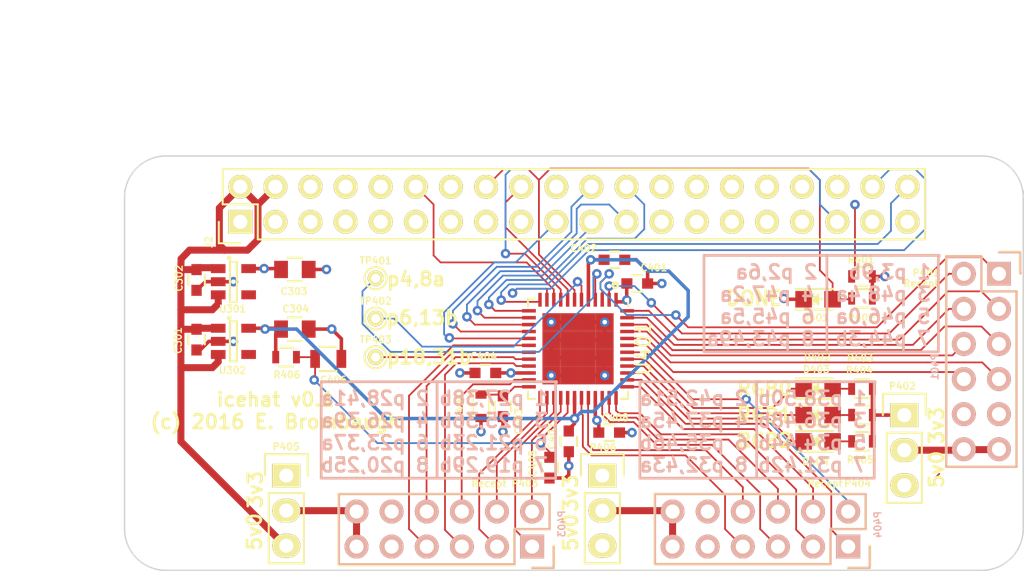
<source format=kicad_pcb>
(kicad_pcb (version 4) (host pcbnew no-vcs-found-product)
  (layers (0 F.Cu signal) (1 In1.Cu signal hide) (2 In2.Cu signal hide) (31 B.Cu signal hide) (34 B.Paste user) (35 F.Paste user) (36 B.SilkS user) (37 F.SilkS user) (38 B.Mask user) (39 F.Mask user) (44 Edge.Cuts user))
  (net 0 "")
  (net 1 "Net-(J2-Pad1)")
  (net 2 "Net-(J2-Pad3)")
  (net 3 "Net-(J2-Pad5)")
  (net 4 "Net-(J2-Pad7)")
  (net 5 "Net-(J2-Pad8)")
  (net 6 "Net-(J2-Pad10)")
  (net 7 "Net-(J2-Pad11)")
  (net 8 "Net-(J2-Pad13)")
  (net 9 "Net-(J2-Pad15)")
  (net 10 "Net-(J2-Pad17)")
  (net 11 "Net-(J2-Pad26)")
  (net 12 "Net-(J2-Pad27)")
  (net 13 "Net-(J2-Pad28)")
  (net 14 "Net-(J2-Pad29)")
  (net 15 "Net-(J2-Pad31)")
  (net 16 "Net-(J2-Pad32)")
  (net 17 "Net-(J2-Pad33)")
  (net 18 "Net-(J2-Pad36)")
  (net 19 "Net-(J2-Pad37)")
  (net 20 +5V)
  (net 21 GND)
  (net 22 +3V3)
  (net 23 +1V2)
  (net 24 "Net-(C403-Pad1)")
  (net 25 "Net-(C405-Pad1)")
  (net 26 GPIO23_CDN)
  (net 27 "Net-(D402-Pad2)")
  (net 28 "Net-(D402-Pad1)")
  (net 29 "Net-(D403-Pad2)")
  (net 30 "Net-(D403-Pad1)")
  (net 31 "Net-(D404-Pad2)")
  (net 32 "Net-(D404-Pad1)")
  (net 33 I2S_BCLK)
  (net 34 GPIO24_CRS)
  (net 35 SPI_MOSI)
  (net 36 SPI_MISO)
  (net 37 GPIO25_SS)
  (net 38 SPI_CLK)
  (net 39 SPI_CE0)
  (net 40 I2S_LRCK)
  (net 41 I2S_DI)
  (net 42 I2S_DO)
  (net 43 "Net-(P401-Pad1)")
  (net 44 "Net-(P401-Pad2)")
  (net 45 "Net-(P401-Pad3)")
  (net 46 "Net-(P401-Pad4)")
  (net 47 "Net-(P401-Pad5)")
  (net 48 "Net-(P401-Pad6)")
  (net 49 "Net-(P401-Pad7)")
  (net 50 "Net-(P401-Pad8)")
  (net 51 "Net-(P401-Pad11)")
  (net 52 "Net-(P403-Pad1)")
  (net 53 "Net-(P403-Pad2)")
  (net 54 "Net-(P403-Pad3)")
  (net 55 "Net-(P403-Pad4)")
  (net 56 "Net-(P403-Pad5)")
  (net 57 "Net-(P403-Pad6)")
  (net 58 "Net-(P403-Pad7)")
  (net 59 "Net-(P403-Pad8)")
  (net 60 "Net-(P403-Pad11)")
  (net 61 "Net-(P404-Pad1)")
  (net 62 "Net-(P404-Pad2)")
  (net 63 "Net-(P404-Pad3)")
  (net 64 "Net-(P404-Pad4)")
  (net 65 "Net-(P404-Pad5)")
  (net 66 "Net-(P404-Pad6)")
  (net 67 "Net-(P404-Pad7)")
  (net 68 "Net-(P404-Pad8)")
  (net 69 "Net-(P404-Pad11)")
  (net 70 "Net-(TP401-Pad1)")
  (net 71 "Net-(TP402-Pad1)")
  (net 72 "Net-(TP403-Pad1)")
  (net 73 "Net-(U301-Pad4)")
  (net 74 "Net-(U302-Pad4)")
  (module RPi_Hat:RPi_Hat_Mounting_Hole (layer F.Cu) (at 164.1 83.74)
    (fp_text reference "" hide)
    (fp_text value "" hide)
    (pad "" np_thru_hole circle (at 0 0) (size 2.75 2.75) (drill 2.75) (layers *.Cu *.Mask) (clearance 1.725))
  )
  (module RPi_Hat:RPi_Hat_Mounting_Hole (layer F.Cu) (at 164.1 106.74)
    (fp_text reference "" hide)
    (fp_text value "" hide)
    (pad "" np_thru_hole circle (at 0 0) (size 2.75 2.75) (drill 2.75) (layers *.Cu *.Mask) (clearance 1.725))
  )
  (module RPi_Hat:RPi_Hat_Mounting_Hole (layer F.Cu) (at 106.1 106.74)
    (fp_text reference "" hide)
    (fp_text value "" hide)
    (pad "" np_thru_hole circle (at 0 0) (size 2.75 2.75) (drill 2.75) (layers *.Cu *.Mask) (clearance 1.725))
  )
  (module RPi_Hat:RPi_Hat_Mounting_Hole (layer F.Cu) (at 106.1 83.74)
    (fp_text reference "" hide)
    (fp_text value "" hide)
    (pad "" np_thru_hole circle (at 0 0) (size 2.75 2.75) (drill 2.75) (layers *.Cu *.Mask) (clearance 1.725))
  )
  (module Capacitors_SMD:C_0603 (layer F.Cu) (at 107.807 93.535 270)
    (fp_text reference C301 (at 0.0635 1.3335 270) (layer F.SilkS) (effects (font (size 0.5 0.5) (thickness 0.1))))
    (fp_text value 1uf)
    (pad 1 smd rect (at -0.75 0 270) (size 0.8 0.75) (layers F.Cu F.Paste F.Mask) (net 20 +5V))
    (pad 2 smd rect (at 0.75 0 270) (size 0.8 0.75) (layers F.Cu F.Paste F.Mask) (net 21 GND))
  )
  (module Capacitors_SMD:C_0603 (layer F.Cu) (at 107.807 89.217 270)
    (fp_text reference C302 (at -0.127 1.27 270) (layer F.SilkS) (effects (font (size 0.5 0.5) (thickness 0.1))))
    (fp_text value 1uf)
    (pad 1 smd rect (at -0.75 0 270) (size 0.8 0.75) (layers F.Cu F.Paste F.Mask) (net 20 +5V))
    (pad 2 smd rect (at 0.75 0 270) (size 0.8 0.75) (layers F.Cu F.Paste F.Mask) (net 21 GND))
  )
  (module Capacitors_SMD:C_0805 (layer F.Cu) (at 114.919 88.455)
    (fp_text reference C303 (at -0.0635 1.5875) (layer F.SilkS) (effects (font (size 0.5 0.5) (thickness 0.1))))
    (fp_text value 10uf)
    (pad 1 smd rect (at -1 0) (size 1 1.25) (layers F.Cu F.Paste F.Mask) (net 22 +3V3))
    (pad 2 smd rect (at 1 0) (size 1 1.25) (layers F.Cu F.Paste F.Mask) (net 21 GND))
  )
  (module Capacitors_SMD:C_0805 (layer F.Cu) (at 114.919 92.773)
    (fp_text reference C304 (at 0.0635 -1.4605) (layer F.SilkS) (effects (font (size 0.5 0.5) (thickness 0.1))))
    (fp_text value 10uf)
    (pad 1 smd rect (at -1 0) (size 1 1.25) (layers F.Cu F.Paste F.Mask) (net 23 +1V2))
    (pad 2 smd rect (at 1 0) (size 1 1.25) (layers F.Cu F.Paste F.Mask) (net 21 GND))
  )
  (module Capacitors_SMD:C_0603 (layer F.Cu) (at 139.684 89.471)
    (fp_text reference C401 (at 1.2065 -1.143) (layer F.SilkS) (effects (font (size 0.5 0.5) (thickness 0.1))))
    (fp_text value 0.1uf)
    (pad 1 smd rect (at -0.75 0) (size 0.8 0.75) (layers F.Cu F.Paste F.Mask) (net 22 +3V3))
    (pad 2 smd rect (at 0.75 0) (size 0.8 0.75) (layers F.Cu F.Paste F.Mask) (net 21 GND))
  )
  (module Capacitors_SMD:C_0603 (layer F.Cu) (at 138.033 87.7565)
    (fp_text reference C402 (at -2.2225 -0.8255) (layer F.SilkS) (effects (font (size 0.5 0.5) (thickness 0.1))))
    (fp_text value 0.1uf)
    (pad 1 smd rect (at -0.75 0) (size 0.8 0.75) (layers F.Cu F.Paste F.Mask) (net 23 +1V2))
    (pad 2 smd rect (at 0.75 0) (size 0.8 0.75) (layers F.Cu F.Paste F.Mask) (net 21 GND))
  )
  (module Capacitors_SMD:C_0603 (layer F.Cu) (at 129.9685 98.361 270)
    (fp_text reference C403 (at 1.0795 -1.143 270) (layer F.SilkS) (effects (font (size 0.5 0.5) (thickness 0.1))))
    (fp_text value 0.1uf)
    (pad 1 smd rect (at -0.75 0 270) (size 0.8 0.75) (layers F.Cu F.Paste F.Mask) (net 24 "Net-(C403-Pad1)"))
    (pad 2 smd rect (at 0.75 0 270) (size 0.8 0.75) (layers F.Cu F.Paste F.Mask) (net 21 GND))
  )
  (module Capacitors_SMD:C_0603 (layer F.Cu) (at 128.6985 95.948 180)
    (fp_text reference C404 (at 0.127 1.2065 180) (layer F.SilkS) (effects (font (size 0.5 0.5) (thickness 0.1))))
    (fp_text value 0.1uf)
    (pad 1 smd rect (at -0.75 0 180) (size 0.8 0.75) (layers F.Cu F.Paste F.Mask) (net 22 +3V3))
    (pad 2 smd rect (at 0.75 0 180) (size 0.8 0.75) (layers F.Cu F.Paste F.Mask) (net 21 GND))
  )
  (module Capacitors_SMD:C_0603 (layer F.Cu) (at 133.334 102.806 270)
    (fp_text reference C405 (at -0.3175 1.2065 270) (layer F.SilkS) (effects (font (size 0.5 0.5) (thickness 0.1))))
    (fp_text value 0.1uf)
    (pad 1 smd rect (at -0.75 0 270) (size 0.8 0.75) (layers F.Cu F.Paste F.Mask) (net 25 "Net-(C405-Pad1)"))
    (pad 2 smd rect (at 0.75 0 270) (size 0.8 0.75) (layers F.Cu F.Paste F.Mask) (net 21 GND))
  )
  (module Resistors_SMD:R_0805 (layer F.Cu) (at 117.332 94.932)
    (fp_text reference C406 (at 0.381 1.524) (layer F.SilkS) (effects (font (size 0.5 0.5) (thickness 0.1))))
    (fp_text value 10uf)
    (pad 1 smd rect (at -0.95 0) (size 0.7 1.3) (layers F.Cu F.Paste F.Mask) (net 25 "Net-(C405-Pad1)"))
    (pad 2 smd rect (at 0.95 0) (size 0.7 1.3) (layers F.Cu F.Paste F.Mask) (net 21 GND))
  )
  (module Capacitors_SMD:C_0603 (layer F.Cu) (at 134.731 100.901 270)
    (fp_text reference C407 (at -0.381 1.2065 270) (layer F.SilkS) (effects (font (size 0.5 0.5) (thickness 0.1))))
    (fp_text value 0.1uf)
    (pad 1 smd rect (at -0.75 0 270) (size 0.8 0.75) (layers F.Cu F.Paste F.Mask) (net 23 +1V2))
    (pad 2 smd rect (at 0.75 0 270) (size 0.8 0.75) (layers F.Cu F.Paste F.Mask) (net 21 GND))
  )
  (module Capacitors_SMD:C_0603 (layer F.Cu) (at 137.652 100.266)
    (fp_text reference C408 (at 0.4445 -1.0795) (layer F.SilkS) (effects (font (size 0.5 0.5) (thickness 0.1))))
    (fp_text value 0.1uf)
    (pad 1 smd rect (at -0.75 0) (size 0.8 0.75) (layers F.Cu F.Paste F.Mask) (net 22 +3V3))
    (pad 2 smd rect (at 0.75 0) (size 0.8 0.75) (layers F.Cu F.Paste F.Mask) (net 21 GND))
  )
  (module LEDs:LED_0805 (layer F.Cu) (at 152.765 90.614)
    (fp_text reference D401 (at -0.1905 1.3335) (layer F.SilkS) (effects (font (size 0.5 0.5) (thickness 0.1))))
    (fp_text value LED)
    (pad 2 smd rect (at 1.04902 0 180) (size 1.19888 1.19888) (layers F.Cu F.Paste F.Mask) (net 26 GPIO23_CDN))
    (pad 1 smd rect (at -1.04902 0 180) (size 1.19888 1.19888) (layers F.Cu F.Paste F.Mask) (net 21 GND))
  )
  (module LEDs:LED_0805 (layer F.Cu) (at 152.765 97.091)
    (fp_text reference D402 (at -0.0635 -2.286) (layer F.SilkS) (effects (font (size 0.5 0.5) (thickness 0.1))))
    (fp_text value LED)
    (pad 2 smd rect (at 1.04902 0 180) (size 1.19888 1.19888) (layers F.Cu F.Paste F.Mask) (net 27 "Net-(D402-Pad2)"))
    (pad 1 smd rect (at -1.04902 0 180) (size 1.19888 1.19888) (layers F.Cu F.Paste F.Mask) (net 28 "Net-(D402-Pad1)"))
  )
  (module LEDs:LED_0805 (layer F.Cu) (at 152.765 98.996)
    (fp_text reference D403 (at -0.127 -3.302) (layer F.SilkS) (effects (font (size 0.5 0.5) (thickness 0.1))))
    (fp_text value LED)
    (pad 2 smd rect (at 1.04902 0 180) (size 1.19888 1.19888) (layers F.Cu F.Paste F.Mask) (net 29 "Net-(D403-Pad2)"))
    (pad 1 smd rect (at -1.04902 0 180) (size 1.19888 1.19888) (layers F.Cu F.Paste F.Mask) (net 30 "Net-(D403-Pad1)"))
  )
  (module LEDs:LED_0805 (layer F.Cu) (at 152.765 100.901)
    (fp_text reference D404 (at -0.1905 1.4605) (layer F.SilkS) (effects (font (size 0.5 0.5) (thickness 0.1))))
    (fp_text value LED)
    (pad 2 smd rect (at 1.04902 0 180) (size 1.19888 1.19888) (layers F.Cu F.Paste F.Mask) (net 31 "Net-(D404-Pad2)"))
    (pad 1 smd rect (at -1.04902 0 180) (size 1.19888 1.19888) (layers F.Cu F.Paste F.Mask) (net 32 "Net-(D404-Pad1)"))
  )
  (module Diodes_SMD:D_0603 (layer F.Cu) (at 128.381 98.361 270)
    (fp_text reference D405 (at 0 1.5 270) (layer F.SilkS) (effects (font (size 0.5 0.5) (thickness 0.1))))
    (fp_text value D)
    (pad 1 smd rect (at -0.85 0 270) (size 0.6 0.8) (layers F.Cu F.Paste F.Mask) (net 24 "Net-(C403-Pad1)"))
    (pad 2 smd rect (at 0.85 0 270) (size 0.6 0.8) (layers F.Cu F.Paste F.Mask) (net 22 +3V3))
  )
  (module Pin_Headers:Pin_Header_Straight_2x06 (layer B.Cu) (at 165.846 88.7725 180)
    (fp_text reference P401 (at 4.6355 -6.731 270) (layer B.SilkS) (effects (font (size 0.5 0.5) (thickness 0.1)) (justify mirror)))
    (fp_text value CONN_02X06)
    (pad 1 thru_hole rect (at 0 0 180) (size 1.7272 1.7272) (drill 1.016) (layers *.Cu *.Mask B.SilkS) (net 43 "Net-(P401-Pad1)"))
    (pad 2 thru_hole oval (at 2.54 0 180) (size 1.7272 1.7272) (drill 1.016) (layers *.Cu *.Mask B.SilkS) (net 44 "Net-(P401-Pad2)"))
    (pad 3 thru_hole oval (at 0 -2.54 180) (size 1.7272 1.7272) (drill 1.016) (layers *.Cu *.Mask B.SilkS) (net 45 "Net-(P401-Pad3)"))
    (pad 4 thru_hole oval (at 2.54 -2.54 180) (size 1.7272 1.7272) (drill 1.016) (layers *.Cu *.Mask B.SilkS) (net 46 "Net-(P401-Pad4)"))
    (pad 5 thru_hole oval (at 0 -5.08 180) (size 1.7272 1.7272) (drill 1.016) (layers *.Cu *.Mask B.SilkS) (net 47 "Net-(P401-Pad5)"))
    (pad 6 thru_hole oval (at 2.54 -5.08 180) (size 1.7272 1.7272) (drill 1.016) (layers *.Cu *.Mask B.SilkS) (net 48 "Net-(P401-Pad6)"))
    (pad 7 thru_hole oval (at 0 -7.62 180) (size 1.7272 1.7272) (drill 1.016) (layers *.Cu *.Mask B.SilkS) (net 49 "Net-(P401-Pad7)"))
    (pad 8 thru_hole oval (at 2.54 -7.62 180) (size 1.7272 1.7272) (drill 1.016) (layers *.Cu *.Mask B.SilkS) (net 50 "Net-(P401-Pad8)"))
    (pad 9 thru_hole oval (at 0 -10.16 180) (size 1.7272 1.7272) (drill 1.016) (layers *.Cu *.Mask B.SilkS) (net 21 GND))
    (pad 10 thru_hole oval (at 2.54 -10.16 180) (size 1.7272 1.7272) (drill 1.016) (layers *.Cu *.Mask B.SilkS) (net 21 GND))
    (pad 11 thru_hole oval (at 0 -12.7 180) (size 1.7272 1.7272) (drill 1.016) (layers *.Cu *.Mask B.SilkS) (net 51 "Net-(P401-Pad11)"))
    (pad 12 thru_hole oval (at 2.54 -12.7 180) (size 1.7272 1.7272) (drill 1.016) (layers *.Cu *.Mask B.SilkS) (net 51 "Net-(P401-Pad11)"))
  )
  (module Pin_Headers:Pin_Header_Straight_1x03 (layer F.Cu) (at 159 99)
    (fp_text reference P402 (at -0.139 -2.0995) (layer F.SilkS) (effects (font (size 0.5 0.5) (thickness 0.1))))
    (fp_text value CONN_01X03)
    (pad 1 thru_hole rect (at 0 0) (size 2.032 1.7272) (drill 1.016) (layers *.Cu *.Mask F.SilkS) (net 22 +3V3))
    (pad 2 thru_hole oval (at 0 2.54) (size 2.032 1.7272) (drill 1.016) (layers *.Cu *.Mask F.SilkS) (net 51 "Net-(P401-Pad11)"))
    (pad 3 thru_hole oval (at 0 5.08) (size 2.032 1.7272) (drill 1.016) (layers *.Cu *.Mask F.SilkS) (net 20 +5V))
  )
  (module Pin_Headers:Pin_Header_Straight_2x06 (layer B.Cu) (at 132.08 108.521 90)
    (fp_text reference P403 (at 1.651 2.143 90) (layer B.SilkS) (effects (font (size 0.5 0.5) (thickness 0.1)) (justify mirror)))
    (fp_text value CONN_02X06)
    (pad 1 thru_hole rect (at 0 0 90) (size 1.7272 1.7272) (drill 1.016) (layers *.Cu *.Mask B.SilkS) (net 52 "Net-(P403-Pad1)"))
    (pad 2 thru_hole oval (at 2.54 0 90) (size 1.7272 1.7272) (drill 1.016) (layers *.Cu *.Mask B.SilkS) (net 53 "Net-(P403-Pad2)"))
    (pad 3 thru_hole oval (at 0 -2.54 90) (size 1.7272 1.7272) (drill 1.016) (layers *.Cu *.Mask B.SilkS) (net 54 "Net-(P403-Pad3)"))
    (pad 4 thru_hole oval (at 2.54 -2.54 90) (size 1.7272 1.7272) (drill 1.016) (layers *.Cu *.Mask B.SilkS) (net 55 "Net-(P403-Pad4)"))
    (pad 5 thru_hole oval (at 0 -5.08 90) (size 1.7272 1.7272) (drill 1.016) (layers *.Cu *.Mask B.SilkS) (net 56 "Net-(P403-Pad5)"))
    (pad 6 thru_hole oval (at 2.54 -5.08 90) (size 1.7272 1.7272) (drill 1.016) (layers *.Cu *.Mask B.SilkS) (net 57 "Net-(P403-Pad6)"))
    (pad 7 thru_hole oval (at 0 -7.62 90) (size 1.7272 1.7272) (drill 1.016) (layers *.Cu *.Mask B.SilkS) (net 58 "Net-(P403-Pad7)"))
    (pad 8 thru_hole oval (at 2.54 -7.62 90) (size 1.7272 1.7272) (drill 1.016) (layers *.Cu *.Mask B.SilkS) (net 59 "Net-(P403-Pad8)"))
    (pad 9 thru_hole oval (at 0 -10.16 90) (size 1.7272 1.7272) (drill 1.016) (layers *.Cu *.Mask B.SilkS) (net 21 GND))
    (pad 10 thru_hole oval (at 2.54 -10.16 90) (size 1.7272 1.7272) (drill 1.016) (layers *.Cu *.Mask B.SilkS) (net 21 GND))
    (pad 11 thru_hole oval (at 0 -12.7 90) (size 1.7272 1.7272) (drill 1.016) (layers *.Cu *.Mask B.SilkS) (net 60 "Net-(P403-Pad11)"))
    (pad 12 thru_hole oval (at 2.54 -12.7 90) (size 1.7272 1.7272) (drill 1.016) (layers *.Cu *.Mask B.SilkS) (net 60 "Net-(P403-Pad11)"))
  )
  (module Pin_Headers:Pin_Header_Straight_2x06 (layer B.Cu) (at 154.94 108.521 90)
    (fp_text reference P404 (at 1.5875 2.143 90) (layer B.SilkS) (effects (font (size 0.5 0.5) (thickness 0.1)) (justify mirror)))
    (fp_text value CONN_02X06)
    (pad 1 thru_hole rect (at 0 0 90) (size 1.7272 1.7272) (drill 1.016) (layers *.Cu *.Mask B.SilkS) (net 61 "Net-(P404-Pad1)"))
    (pad 2 thru_hole oval (at 2.54 0 90) (size 1.7272 1.7272) (drill 1.016) (layers *.Cu *.Mask B.SilkS) (net 62 "Net-(P404-Pad2)"))
    (pad 3 thru_hole oval (at 0 -2.54 90) (size 1.7272 1.7272) (drill 1.016) (layers *.Cu *.Mask B.SilkS) (net 63 "Net-(P404-Pad3)"))
    (pad 4 thru_hole oval (at 2.54 -2.54 90) (size 1.7272 1.7272) (drill 1.016) (layers *.Cu *.Mask B.SilkS) (net 64 "Net-(P404-Pad4)"))
    (pad 5 thru_hole oval (at 0 -5.08 90) (size 1.7272 1.7272) (drill 1.016) (layers *.Cu *.Mask B.SilkS) (net 65 "Net-(P404-Pad5)"))
    (pad 6 thru_hole oval (at 2.54 -5.08 90) (size 1.7272 1.7272) (drill 1.016) (layers *.Cu *.Mask B.SilkS) (net 66 "Net-(P404-Pad6)"))
    (pad 7 thru_hole oval (at 0 -7.62 90) (size 1.7272 1.7272) (drill 1.016) (layers *.Cu *.Mask B.SilkS) (net 67 "Net-(P404-Pad7)"))
    (pad 8 thru_hole oval (at 2.54 -7.62 90) (size 1.7272 1.7272) (drill 1.016) (layers *.Cu *.Mask B.SilkS) (net 68 "Net-(P404-Pad8)"))
    (pad 9 thru_hole oval (at 0 -10.16 90) (size 1.7272 1.7272) (drill 1.016) (layers *.Cu *.Mask B.SilkS) (net 21 GND))
    (pad 10 thru_hole oval (at 2.54 -10.16 90) (size 1.7272 1.7272) (drill 1.016) (layers *.Cu *.Mask B.SilkS) (net 21 GND))
    (pad 11 thru_hole oval (at 0 -12.7 90) (size 1.7272 1.7272) (drill 1.016) (layers *.Cu *.Mask B.SilkS) (net 69 "Net-(P404-Pad11)"))
    (pad 12 thru_hole oval (at 2.54 -12.7 90) (size 1.7272 1.7272) (drill 1.016) (layers *.Cu *.Mask B.SilkS) (net 69 "Net-(P404-Pad11)"))
  )
  (module Pin_Headers:Pin_Header_Straight_1x03 (layer F.Cu) (at 114.3 103.378)
    (fp_text reference P405 (at -0.016 -2.096 180) (layer F.SilkS) (effects (font (size 0.5 0.5) (thickness 0.1))))
    (fp_text value CONN_01X03)
    (pad 1 thru_hole rect (at 0 0) (size 2.032 1.7272) (drill 1.016) (layers *.Cu *.Mask F.SilkS) (net 22 +3V3))
    (pad 2 thru_hole oval (at 0 2.54) (size 2.032 1.7272) (drill 1.016) (layers *.Cu *.Mask F.SilkS) (net 60 "Net-(P403-Pad11)"))
    (pad 3 thru_hole oval (at 0 5.08) (size 2.032 1.7272) (drill 1.016) (layers *.Cu *.Mask F.SilkS) (net 20 +5V))
  )
  (module Pin_Headers:Pin_Header_Straight_1x03 (layer F.Cu) (at 137.16 103.378)
    (fp_text reference P406 (at 0.0475 -2.0325) (layer F.SilkS) (effects (font (size 0.5 0.5) (thickness 0.1))))
    (fp_text value CONN_01X03)
    (pad 1 thru_hole rect (at 0 0) (size 2.032 1.7272) (drill 1.016) (layers *.Cu *.Mask F.SilkS) (net 22 +3V3))
    (pad 2 thru_hole oval (at 0 2.54) (size 2.032 1.7272) (drill 1.016) (layers *.Cu *.Mask F.SilkS) (net 69 "Net-(P404-Pad11)"))
    (pad 3 thru_hole oval (at 0 5.08) (size 2.032 1.7272) (drill 1.016) (layers *.Cu *.Mask F.SilkS) (net 20 +5V))
  )
  (module Resistors_SMD:R_0603 (layer F.Cu) (at 155.94 88.963 180)
    (fp_text reference R401 (at 0.0635 1.2065 180) (layer F.SilkS) (effects (font (size 0.5 0.5) (thickness 0.1))))
    (fp_text value 10k)
    (pad 1 smd rect (at -0.75 0 180) (size 0.5 0.9) (layers F.Cu F.Paste F.Mask) (net 22 +3V3))
    (pad 2 smd rect (at 0.75 0 180) (size 0.5 0.9) (layers F.Cu F.Paste F.Mask) (net 34 GPIO24_CRS))
  )
  (module Resistors_SMD:R_0603 (layer F.Cu) (at 155.94 90.5505 180)
    (fp_text reference R402 (at 0.0635 -1.397 180) (layer F.SilkS) (effects (font (size 0.5 0.5) (thickness 0.1))))
    (fp_text value 2.2k)
    (pad 1 smd rect (at -0.75 0 180) (size 0.5 0.9) (layers F.Cu F.Paste F.Mask) (net 22 +3V3))
    (pad 2 smd rect (at 0.75 0 180) (size 0.5 0.9) (layers F.Cu F.Paste F.Mask) (net 26 GPIO23_CDN))
  )
  (module Resistors_SMD:R_0603 (layer F.Cu) (at 155.94 97.091 180)
    (fp_text reference R403 (at 0.127 2.2225 180) (layer F.SilkS) (effects (font (size 0.5 0.5) (thickness 0.1))))
    (fp_text value 2.2k)
    (pad 1 smd rect (at -0.75 0 180) (size 0.5 0.9) (layers F.Cu F.Paste F.Mask) (net 22 +3V3))
    (pad 2 smd rect (at 0.75 0 180) (size 0.5 0.9) (layers F.Cu F.Paste F.Mask) (net 27 "Net-(D402-Pad2)"))
  )
  (module Resistors_SMD:R_0603 (layer F.Cu) (at 155.94 98.996 180)
    (fp_text reference R404 (at 0.1905 3.2385 180) (layer F.SilkS) (effects (font (size 0.5 0.5) (thickness 0.1))))
    (fp_text value 2.2k)
    (pad 1 smd rect (at -0.75 0 180) (size 0.5 0.9) (layers F.Cu F.Paste F.Mask) (net 22 +3V3))
    (pad 2 smd rect (at 0.75 0 180) (size 0.5 0.9) (layers F.Cu F.Paste F.Mask) (net 29 "Net-(D403-Pad2)"))
  )
  (module Resistors_SMD:R_0603 (layer F.Cu) (at 155.94 100.901 180)
    (fp_text reference R405 (at 0.127 -1.3335 180) (layer F.SilkS) (effects (font (size 0.5 0.5) (thickness 0.1))))
    (fp_text value 2.2k)
    (pad 1 smd rect (at -0.75 0 180) (size 0.5 0.9) (layers F.Cu F.Paste F.Mask) (net 22 +3V3))
    (pad 2 smd rect (at 0.75 0 180) (size 0.5 0.9) (layers F.Cu F.Paste F.Mask) (net 31 "Net-(D404-Pad2)"))
  )
  (module Resistors_SMD:R_0603 (layer F.Cu) (at 114.284 94.805 180)
    (fp_text reference R406 (at -0.0635 -1.27 180) (layer F.SilkS) (effects (font (size 0.5 0.5) (thickness 0.1))))
    (fp_text value 10k)
    (pad 1 smd rect (at -0.75 0 180) (size 0.5 0.9) (layers F.Cu F.Paste F.Mask) (net 25 "Net-(C405-Pad1)"))
    (pad 2 smd rect (at 0.75 0 180) (size 0.5 0.9) (layers F.Cu F.Paste F.Mask) (net 23 +1V2))
  )
  (module TO_SOT_Packages_SMD:SOT-23-5 (layer F.Cu) (at 110.474 89.344)
    (fp_text reference U301 (at -0.0635 1.9685) (layer F.SilkS) (effects (font (size 0.5 0.5) (thickness 0.1))))
    (fp_text value MCP1802-3.3)
    (pad 1 smd rect (at -1.1 -0.95) (size 1.06 0.65) (layers F.Cu F.Paste F.Mask) (net 20 +5V))
    (pad 2 smd rect (at -1.1 0) (size 1.06 0.65) (layers F.Cu F.Paste F.Mask) (net 21 GND))
    (pad 3 smd rect (at -1.1 0.95) (size 1.06 0.65) (layers F.Cu F.Paste F.Mask) (net 20 +5V))
    (pad 4 smd rect (at 1.1 0.95) (size 1.06 0.65) (layers F.Cu F.Paste F.Mask) (net 73 "Net-(U301-Pad4)"))
    (pad 5 smd rect (at 1.1 -0.95) (size 1.06 0.65) (layers F.Cu F.Paste F.Mask) (net 22 +3V3))
  )
  (module TO_SOT_Packages_SMD:SOT-23-5 (layer F.Cu) (at 110.474 93.662)
    (fp_text reference U302 (at -0.0635 2.0955) (layer F.SilkS) (effects (font (size 0.5 0.5) (thickness 0.1))))
    (fp_text value MCP1802-1.2)
    (pad 1 smd rect (at -1.1 -0.95) (size 1.06 0.65) (layers F.Cu F.Paste F.Mask) (net 20 +5V))
    (pad 2 smd rect (at -1.1 0) (size 1.06 0.65) (layers F.Cu F.Paste F.Mask) (net 21 GND))
    (pad 3 smd rect (at -1.1 0.95) (size 1.06 0.65) (layers F.Cu F.Paste F.Mask) (net 20 +5V))
    (pad 4 smd rect (at 1.1 0.95) (size 1.06 0.65) (layers F.Cu F.Paste F.Mask) (net 74 "Net-(U302-Pad4)"))
    (pad 5 smd rect (at 1.1 -0.95) (size 1.06 0.65) (layers F.Cu F.Paste F.Mask) (net 23 +1V2))
  )
  (module Connect:PINTST (layer F.Cu) (at 120.761 89.09)
    (fp_text reference TP401 (at 0 -1.26746) (layer F.SilkS) (effects (font (size 0.5 0.5) (thickness 0.1))))
    (fp_text value CONN_01X01)
    (pad 1 thru_hole circle (at 0 0) (size 1.143 1.143) (drill 0.635) (layers *.Cu *.Mask F.SilkS) (net 70 "Net-(TP401-Pad1)"))
  )
  (module Connect:PINTST (layer F.Cu) (at 120.761 92.011)
    (fp_text reference TP402 (at 0 -1.26746) (layer F.SilkS) (effects (font (size 0.5 0.5) (thickness 0.1))))
    (fp_text value CONN_01X01)
    (pad 1 thru_hole circle (at 0 0) (size 1.143 1.143) (drill 0.635) (layers *.Cu *.Mask F.SilkS) (net 71 "Net-(TP402-Pad1)"))
  )
  (module Connect:PINTST (layer F.Cu) (at 120.761 94.805)
    (fp_text reference TP403 (at 0 -1.26746) (layer F.SilkS) (effects (font (size 0.5 0.5) (thickness 0.1))))
    (fp_text value CONN_01X01)
    (pad 1 thru_hole circle (at 0 0) (size 1.143 1.143) (drill 0.635) (layers *.Cu *.Mask F.SilkS) (net 72 "Net-(TP403-Pad1)"))
  )
  (module emeb:Pin_Header_Straight_2x20 (layer F.Cu) (at 135.1 83.74 90)
    (fp_text reference J2 (at -2.7465 -26.404 270) (layer F.SilkS) (effects (font (size 0.5 0.5) (thickness 0.1))))
    (fp_text value RPi_GPIO)
    (pad 1 thru_hole rect (at -1.27 -24.13 90) (size 1.7272 1.7272) (drill 1.016) (layers *.Cu *.Mask F.SilkS) (net 1 "Net-(J2-Pad1)"))
    (pad 2 thru_hole oval (at 1.27 -24.13 90) (size 1.7272 1.7272) (drill 1.016) (layers *.Cu *.Mask F.SilkS) (net 20 +5V))
    (pad 3 thru_hole oval (at -1.27 -21.59 90) (size 1.7272 1.7272) (drill 1.016) (layers *.Cu *.Mask F.SilkS) (net 2 "Net-(J2-Pad3)"))
    (pad 4 thru_hole oval (at 1.27 -21.59 90) (size 1.7272 1.7272) (drill 1.016) (layers *.Cu *.Mask F.SilkS) (net 20 +5V))
    (pad 5 thru_hole oval (at -1.27 -19.05 90) (size 1.7272 1.7272) (drill 1.016) (layers *.Cu *.Mask F.SilkS) (net 3 "Net-(J2-Pad5)"))
    (pad 6 thru_hole oval (at 1.27 -19.05 90) (size 1.7272 1.7272) (drill 1.016) (layers *.Cu *.Mask F.SilkS) (net 21 GND))
    (pad 7 thru_hole oval (at -1.27 -16.51 90) (size 1.7272 1.7272) (drill 1.016) (layers *.Cu *.Mask F.SilkS) (net 4 "Net-(J2-Pad7)"))
    (pad 8 thru_hole oval (at 1.27 -16.51 90) (size 1.7272 1.7272) (drill 1.016) (layers *.Cu *.Mask F.SilkS) (net 5 "Net-(J2-Pad8)"))
    (pad 9 thru_hole oval (at -1.27 -13.97 90) (size 1.7272 1.7272) (drill 1.016) (layers *.Cu *.Mask F.SilkS) (net 21 GND))
    (pad 10 thru_hole oval (at 1.27 -13.97 90) (size 1.7272 1.7272) (drill 1.016) (layers *.Cu *.Mask F.SilkS) (net 6 "Net-(J2-Pad10)"))
    (pad 11 thru_hole oval (at -1.27 -11.43 90) (size 1.7272 1.7272) (drill 1.016) (layers *.Cu *.Mask F.SilkS) (net 7 "Net-(J2-Pad11)"))
    (pad 12 thru_hole oval (at 1.27 -11.43 90) (size 1.7272 1.7272) (drill 1.016) (layers *.Cu *.Mask F.SilkS) (net 33 I2S_BCLK))
    (pad 13 thru_hole oval (at -1.27 -8.89 90) (size 1.7272 1.7272) (drill 1.016) (layers *.Cu *.Mask F.SilkS) (net 8 "Net-(J2-Pad13)"))
    (pad 14 thru_hole oval (at 1.27 -8.89 90) (size 1.7272 1.7272) (drill 1.016) (layers *.Cu *.Mask F.SilkS) (net 21 GND))
    (pad 15 thru_hole oval (at -1.27 -6.35 90) (size 1.7272 1.7272) (drill 1.016) (layers *.Cu *.Mask F.SilkS) (net 9 "Net-(J2-Pad15)"))
    (pad 16 thru_hole oval (at 1.27 -6.35 90) (size 1.7272 1.7272) (drill 1.016) (layers *.Cu *.Mask F.SilkS) (net 26 GPIO23_CDN))
    (pad 17 thru_hole oval (at -1.27 -3.81 90) (size 1.7272 1.7272) (drill 1.016) (layers *.Cu *.Mask F.SilkS) (net 10 "Net-(J2-Pad17)"))
    (pad 18 thru_hole oval (at 1.27 -3.81 90) (size 1.7272 1.7272) (drill 1.016) (layers *.Cu *.Mask F.SilkS) (net 34 GPIO24_CRS))
    (pad 19 thru_hole oval (at -1.27 -1.27 90) (size 1.7272 1.7272) (drill 1.016) (layers *.Cu *.Mask F.SilkS) (net 35 SPI_MOSI))
    (pad 20 thru_hole oval (at 1.27 -1.27 90) (size 1.7272 1.7272) (drill 1.016) (layers *.Cu *.Mask F.SilkS) (net 21 GND))
    (pad 21 thru_hole oval (at -1.27 1.27 90) (size 1.7272 1.7272) (drill 1.016) (layers *.Cu *.Mask F.SilkS) (net 36 SPI_MISO))
    (pad 22 thru_hole oval (at 1.27 1.27 90) (size 1.7272 1.7272) (drill 1.016) (layers *.Cu *.Mask F.SilkS) (net 37 GPIO25_SS))
    (pad 23 thru_hole oval (at -1.27 3.81 90) (size 1.7272 1.7272) (drill 1.016) (layers *.Cu *.Mask F.SilkS) (net 38 SPI_CLK))
    (pad 24 thru_hole oval (at 1.27 3.81 90) (size 1.7272 1.7272) (drill 1.016) (layers *.Cu *.Mask F.SilkS) (net 39 SPI_CE0))
    (pad 25 thru_hole oval (at -1.27 6.35 90) (size 1.7272 1.7272) (drill 1.016) (layers *.Cu *.Mask F.SilkS) (net 21 GND))
    (pad 26 thru_hole oval (at 1.27 6.35 90) (size 1.7272 1.7272) (drill 1.016) (layers *.Cu *.Mask F.SilkS) (net 11 "Net-(J2-Pad26)"))
    (pad 27 thru_hole oval (at -1.27 8.89 90) (size 1.7272 1.7272) (drill 1.016) (layers *.Cu *.Mask F.SilkS) (net 12 "Net-(J2-Pad27)"))
    (pad 28 thru_hole oval (at 1.27 8.89 90) (size 1.7272 1.7272) (drill 1.016) (layers *.Cu *.Mask F.SilkS) (net 13 "Net-(J2-Pad28)"))
    (pad 29 thru_hole oval (at -1.27 11.43 90) (size 1.7272 1.7272) (drill 1.016) (layers *.Cu *.Mask F.SilkS) (net 14 "Net-(J2-Pad29)"))
    (pad 30 thru_hole oval (at 1.27 11.43 90) (size 1.7272 1.7272) (drill 1.016) (layers *.Cu *.Mask F.SilkS) (net 21 GND))
    (pad 31 thru_hole oval (at -1.27 13.97 90) (size 1.7272 1.7272) (drill 1.016) (layers *.Cu *.Mask F.SilkS) (net 15 "Net-(J2-Pad31)"))
    (pad 32 thru_hole oval (at 1.27 13.97 90) (size 1.7272 1.7272) (drill 1.016) (layers *.Cu *.Mask F.SilkS) (net 16 "Net-(J2-Pad32)"))
    (pad 33 thru_hole oval (at -1.27 16.51 90) (size 1.7272 1.7272) (drill 1.016) (layers *.Cu *.Mask F.SilkS) (net 17 "Net-(J2-Pad33)"))
    (pad 34 thru_hole oval (at 1.27 16.51 90) (size 1.7272 1.7272) (drill 1.016) (layers *.Cu *.Mask F.SilkS) (net 21 GND))
    (pad 35 thru_hole oval (at -1.27 19.05 90) (size 1.7272 1.7272) (drill 1.016) (layers *.Cu *.Mask F.SilkS) (net 40 I2S_LRCK))
    (pad 36 thru_hole oval (at 1.27 19.05 90) (size 1.7272 1.7272) (drill 1.016) (layers *.Cu *.Mask F.SilkS) (net 18 "Net-(J2-Pad36)"))
    (pad 37 thru_hole oval (at -1.27 21.59 90) (size 1.7272 1.7272) (drill 1.016) (layers *.Cu *.Mask F.SilkS) (net 19 "Net-(J2-Pad37)"))
    (pad 38 thru_hole oval (at 1.27 21.59 90) (size 1.7272 1.7272) (drill 1.016) (layers *.Cu *.Mask F.SilkS) (net 41 I2S_DI))
    (pad 39 thru_hole oval (at -1.27 24.13 90) (size 1.7272 1.7272) (drill 1.016) (layers *.Cu *.Mask F.SilkS) (net 21 GND))
    (pad 40 thru_hole oval (at 1.27 24.13 90) (size 1.7272 1.7272) (drill 1.016) (layers *.Cu *.Mask F.SilkS) (net 42 I2S_DO))
  )
  (module emeb:QFN-48-1EP_7x7mm_Pitch0.5mm_DIY_PADS (layer F.Cu) (at 135.4 94.2 270)
    (fp_text reference U401 (at 0 -4.75 270) (layer F.SilkS))
    (fp_text value ice5lp4k_sg48)
    (pad 1 smd rect (at -3.55 -2.75 270) (size 1 0.25) (layers F.Cu F.Paste F.Mask) (net 22 +3V3))
    (pad 2 smd rect (at -3.55 -2.25 270) (size 1 0.25) (layers F.Cu F.Paste F.Mask) (net 44 "Net-(P401-Pad2)"))
    (pad 3 smd rect (at -3.55 -1.75 270) (size 1 0.25) (layers F.Cu F.Paste F.Mask) (net 43 "Net-(P401-Pad1)"))
    (pad 4 smd rect (at -3.55 -1.25 270) (size 1 0.25) (layers F.Cu F.Paste F.Mask) (net 70 "Net-(TP401-Pad1)"))
    (pad 5 smd rect (at -3.55 -0.75 270) (size 1 0.25) (layers F.Cu F.Paste F.Mask) (net 23 +1V2))
    (pad 6 smd rect (at -3.55 -0.25 270) (size 1 0.25) (layers F.Cu F.Paste F.Mask) (net 71 "Net-(TP402-Pad1)"))
    (pad 7 smd rect (at -3.55 0.25 270) (size 1 0.25) (layers F.Cu F.Paste F.Mask) (net 26 GPIO23_CDN))
    (pad 8 smd rect (at -3.55 0.75 270) (size 1 0.25) (layers F.Cu F.Paste F.Mask) (net 34 GPIO24_CRS))
    (pad 9 smd rect (at -3.55 1.25 270) (size 1 0.25) (layers F.Cu F.Paste F.Mask) (net 40 I2S_LRCK))
    (pad 10 smd rect (at -3.55 1.75 270) (size 1 0.25) (layers F.Cu F.Paste F.Mask) (net 33 I2S_BCLK))
    (pad 11 smd rect (at -3.55 2.25 270) (size 1 0.25) (layers F.Cu F.Paste F.Mask) (net 41 I2S_DI))
    (pad 12 smd rect (at -3.55 2.75 270) (size 1 0.25) (layers F.Cu F.Paste F.Mask) (net 42 I2S_DO))
    (pad 13 smd rect (at -2.75 3.55) (size 1 0.25) (layers F.Cu F.Paste F.Mask) (net 39 SPI_CE0))
    (pad 14 smd rect (at -2.25 3.55) (size 1 0.25) (layers F.Cu F.Paste F.Mask) (net 36 SPI_MISO))
    (pad 15 smd rect (at -1.75 3.55) (size 1 0.25) (layers F.Cu F.Paste F.Mask) (net 38 SPI_CLK))
    (pad 16 smd rect (at -1.25 3.55) (size 1 0.25) (layers F.Cu F.Paste F.Mask) (net 37 GPIO25_SS))
    (pad 17 smd rect (at -0.75 3.55) (size 1 0.25) (layers F.Cu F.Paste F.Mask) (net 35 SPI_MOSI))
    (pad 18 smd rect (at -0.25 3.55) (size 1 0.25) (layers F.Cu F.Paste F.Mask) (net 72 "Net-(TP403-Pad1)"))
    (pad 19 smd rect (at 0.25 3.55) (size 1 0.25) (layers F.Cu F.Paste F.Mask) (net 58 "Net-(P403-Pad7)"))
    (pad 20 smd rect (at 0.75 3.55) (size 1 0.25) (layers F.Cu F.Paste F.Mask) (net 59 "Net-(P403-Pad8)"))
    (pad 21 smd rect (at 1.25 3.55) (size 1 0.25) (layers F.Cu F.Paste F.Mask) (net 56 "Net-(P403-Pad5)"))
    (pad 22 smd rect (at 1.75 3.55) (size 1 0.25) (layers F.Cu F.Paste F.Mask) (net 22 +3V3))
    (pad 23 smd rect (at 2.25 3.55) (size 1 0.25) (layers F.Cu F.Paste F.Mask) (net 57 "Net-(P403-Pad6)"))
    (pad 24 smd rect (at 2.75 3.55) (size 1 0.25) (layers F.Cu F.Paste F.Mask) (net 24 "Net-(C403-Pad1)"))
    (pad 25 smd rect (at 3.55 2.75 270) (size 1 0.25) (layers F.Cu F.Paste F.Mask) (net 54 "Net-(P403-Pad3)"))
    (pad 26 smd rect (at 3.55 2.25 270) (size 1 0.25) (layers F.Cu F.Paste F.Mask) (net 55 "Net-(P403-Pad4)"))
    (pad 27 smd rect (at 3.55 1.75 270) (size 1 0.25) (layers F.Cu F.Paste F.Mask) (net 52 "Net-(P403-Pad1)"))
    (pad 28 smd rect (at 3.55 1.25 270) (size 1 0.25) (layers F.Cu F.Paste F.Mask) (net 53 "Net-(P403-Pad2)"))
    (pad 29 smd rect (at 3.55 0.75 270) (size 1 0.25) (layers F.Cu F.Paste F.Mask) (net 25 "Net-(C405-Pad1)"))
    (pad 30 smd rect (at 3.55 0.25 270) (size 1 0.25) (layers F.Cu F.Paste F.Mask) (net 23 +1V2))
    (pad 31 smd rect (at 3.55 -0.25 270) (size 1 0.25) (layers F.Cu F.Paste F.Mask) (net 67 "Net-(P404-Pad7)"))
    (pad 32 smd rect (at 3.55 -0.75 270) (size 1 0.25) (layers F.Cu F.Paste F.Mask) (net 68 "Net-(P404-Pad8)"))
    (pad 33 smd rect (at 3.55 -1.25 270) (size 1 0.25) (layers F.Cu F.Paste F.Mask) (net 22 +3V3))
    (pad 34 smd rect (at 3.55 -1.75 270) (size 1 0.25) (layers F.Cu F.Paste F.Mask) (net 65 "Net-(P404-Pad5)"))
    (pad 35 smd rect (at 3.55 -2.25 270) (size 1 0.25) (layers F.Cu F.Paste F.Mask) (net 66 "Net-(P404-Pad6)"))
    (pad 36 smd rect (at 3.55 -2.75 270) (size 1 0.25) (layers F.Cu F.Paste F.Mask) (net 63 "Net-(P404-Pad3)"))
    (pad 37 smd rect (at 2.75 -3.55) (size 1 0.25) (layers F.Cu F.Paste F.Mask) (net 64 "Net-(P404-Pad4)"))
    (pad 38 smd rect (at 2.25 -3.55) (size 1 0.25) (layers F.Cu F.Paste F.Mask) (net 61 "Net-(P404-Pad1)"))
    (pad 39 smd rect (at 1.75 -3.55) (size 1 0.25) (layers F.Cu F.Paste F.Mask) (net 32 "Net-(D404-Pad1)"))
    (pad 40 smd rect (at 1.25 -3.55) (size 1 0.25) (layers F.Cu F.Paste F.Mask) (net 30 "Net-(D403-Pad1)"))
    (pad 41 smd rect (at 0.75 -3.55) (size 1 0.25) (layers F.Cu F.Paste F.Mask) (net 28 "Net-(D402-Pad1)"))
    (pad 42 smd rect (at 0.25 -3.55) (size 1 0.25) (layers F.Cu F.Paste F.Mask) (net 62 "Net-(P404-Pad2)"))
    (pad 43 smd rect (at -0.25 -3.55) (size 1 0.25) (layers F.Cu F.Paste F.Mask) (net 50 "Net-(P401-Pad8)"))
    (pad 44 smd rect (at -0.75 -3.55) (size 1 0.25) (layers F.Cu F.Paste F.Mask) (net 49 "Net-(P401-Pad7)"))
    (pad 45 smd rect (at -1.25 -3.55) (size 1 0.25) (layers F.Cu F.Paste F.Mask) (net 48 "Net-(P401-Pad6)"))
    (pad 46 smd rect (at -1.75 -3.55) (size 1 0.25) (layers F.Cu F.Paste F.Mask) (net 47 "Net-(P401-Pad5)"))
    (pad 47 smd rect (at -2.25 -3.55) (size 1 0.25) (layers F.Cu F.Paste F.Mask) (net 46 "Net-(P401-Pad4)"))
    (pad 48 smd rect (at -2.75 -3.55) (size 1 0.25) (layers F.Cu F.Paste F.Mask) (net 45 "Net-(P401-Pad3)"))
    (pad 49 smd rect (at 1.93125 1.93125 270) (size 1.2875 1.2875) (layers F.Cu F.Paste F.Mask) (net 21 GND))
    (pad 49 smd rect (at 1.93125 0.64375 270) (size 1.2875 1.2875) (layers F.Cu F.Paste F.Mask) (net 21 GND))
    (pad 49 smd rect (at 1.93125 -0.64375 270) (size 1.2875 1.2875) (layers F.Cu F.Paste F.Mask) (net 21 GND))
    (pad 49 smd rect (at 1.93125 -1.93125 270) (size 1.2875 1.2875) (layers F.Cu F.Paste F.Mask) (net 21 GND))
    (pad 49 smd rect (at 0.64375 1.93125 270) (size 1.2875 1.2875) (layers F.Cu F.Paste F.Mask) (net 21 GND))
    (pad 49 smd rect (at 0.64375 0.64375 270) (size 1.2875 1.2875) (layers F.Cu F.Paste F.Mask) (net 21 GND))
    (pad 49 smd rect (at 0.64375 -0.64375 270) (size 1.2875 1.2875) (layers F.Cu F.Paste F.Mask) (net 21 GND))
    (pad 49 smd rect (at 0.64375 -1.93125 270) (size 1.2875 1.2875) (layers F.Cu F.Paste F.Mask) (net 21 GND))
    (pad 49 smd rect (at -0.64375 1.93125 270) (size 1.2875 1.2875) (layers F.Cu F.Paste F.Mask) (net 21 GND))
    (pad 49 smd rect (at -0.64375 0.64375 270) (size 1.2875 1.2875) (layers F.Cu F.Paste F.Mask) (net 21 GND))
    (pad 49 smd rect (at -0.64375 -0.64375 270) (size 1.2875 1.2875) (layers F.Cu F.Paste F.Mask) (net 21 GND))
    (pad 49 smd rect (at -0.64375 -1.93125 270) (size 1.2875 1.2875) (layers F.Cu F.Paste F.Mask) (net 21 GND))
    (pad 49 smd rect (at -1.93125 1.93125 270) (size 1.2875 1.2875) (layers F.Cu F.Paste F.Mask) (net 21 GND))
    (pad 49 smd rect (at -1.93125 0.64375 270) (size 1.2875 1.2875) (layers F.Cu F.Paste F.Mask) (net 21 GND))
    (pad 49 smd rect (at -1.93125 -0.64375 270) (size 1.2875 1.2875) (layers F.Cu F.Paste F.Mask) (net 21 GND))
    (pad 49 smd rect (at -1.93125 -1.93125 270) (size 1.2875 1.2875) (layers F.Cu F.Paste F.Mask) (net 21 GND))
  )
  (gr_circle (center 138.0965 89.598) (end 138.16 89.6615) (layer F.SilkS) (width 0.2))
  (gr_text p18,31b (at 124.6345 94.805) (layer F.SilkS) (effects (font (size 1 1) (thickness 0.2))))
  (gr_text p6,13b (at 124.1265 91.9475) (layer F.SilkS) (effects (font (size 1 1) (thickness 0.2))))
  (gr_text p4,8a (at 123.682 89.1535) (layer F.SilkS) (effects (font (size 1 1) (thickness 0.2))))
  (gr_text Recept (at 128.9525 103.949) (layer F.SilkS) (effects (font (size 0.5 0.5) (thickness 0.1))))
  (gr_text Recept (at 153.273 103.949) (layer F.SilkS) (effects (font (size 0.5 0.5) (thickness 0.1))))
  (gr_text Recept (at 160.1945 89.471) (layer F.SilkS) (effects (font (size 0.5 0.5) (thickness 0.1))))
  (gr_text P401 (at 160.5755 88.709) (layer F.SilkS) (effects (font (size 0.5 0.5) (thickness 0.1))))
  (gr_text P403 (at 131.556 103.949) (layer F.SilkS) (effects (font (size 0.5 0.5) (thickness 0.1))))
  (gr_text P404 (at 155.6225 103.949) (layer F.SilkS) (effects (font (size 0.5 0.5) (thickness 0.1))))
  (gr_line (start 167.37 88.709) (end 167.4335 88.709) (angle 90) (layer F.SilkS) (width 0.2))
  (gr_line (start 167.37 87.185) (end 167.37 88.709) (angle 90) (layer F.SilkS) (width 0.2))
  (gr_line (start 165.9095 87.185) (end 167.37 87.185) (angle 90) (layer F.SilkS) (width 0.2))
  (gr_line (start 162.036 102.7425) (end 162.0995 102.679) (angle 90) (layer F.SilkS) (width 0.2))
  (gr_line (start 162.036 87.5025) (end 162.036 102.7425) (angle 90) (layer F.SilkS) (width 0.2))
  (gr_line (start 164.576 87.5025) (end 162.036 87.5025) (angle 90) (layer F.SilkS) (width 0.2))
  (gr_line (start 164.576 90.0425) (end 164.576 87.5025) (angle 90) (layer F.SilkS) (width 0.2))
  (gr_line (start 167.116 90.0425) (end 164.576 90.0425) (angle 90) (layer F.SilkS) (width 0.2))
  (gr_line (start 167.116 102.7425) (end 167.116 90.0425) (angle 90) (layer F.SilkS) (width 0.2))
  (gr_line (start 162.036 102.7425) (end 167.116 102.7425) (angle 90) (layer F.SilkS) (width 0.2))
  (gr_line (start 156.5115 110.045) (end 156.5115 108.4575) (angle 90) (layer F.SilkS) (width 0.2))
  (gr_line (start 154.924 110.045) (end 156.5115 110.045) (angle 90) (layer F.SilkS) (width 0.2))
  (gr_line (start 140.954 109.791) (end 140.954 109.6005) (angle 90) (layer F.SilkS) (width 0.2))
  (gr_line (start 153.654 109.791) (end 140.954 109.791) (angle 90) (layer F.SilkS) (width 0.2))
  (gr_line (start 153.654 107.251) (end 153.654 109.791) (angle 90) (layer F.SilkS) (width 0.2))
  (gr_line (start 156.194 107.251) (end 153.654 107.251) (angle 90) (layer F.SilkS) (width 0.2))
  (gr_line (start 156.194 104.711) (end 156.194 107.251) (angle 90) (layer F.SilkS) (width 0.2))
  (gr_line (start 140.954 104.711) (end 156.194 104.711) (angle 90) (layer F.SilkS) (width 0.2))
  (gr_line (start 140.954 109.791) (end 140.954 104.711) (angle 90) (layer F.SilkS) (width 0.2))
  (gr_line (start 133.6515 108.4575) (end 133.6515 108.521) (angle 90) (layer F.SilkS) (width 0.2))
  (gr_line (start 133.6515 110.045) (end 133.6515 108.4575) (angle 90) (layer F.SilkS) (width 0.2))
  (gr_line (start 132.064 110.045) (end 133.6515 110.045) (angle 90) (layer F.SilkS) (width 0.2))
  (gr_line (start 118.094 104.711) (end 118.221 104.711) (angle 90) (layer F.SilkS) (width 0.2))
  (gr_line (start 118.094 109.8545) (end 118.094 104.711) (angle 90) (layer F.SilkS) (width 0.2))
  (gr_line (start 130.794 109.8545) (end 118.094 109.8545) (angle 90) (layer F.SilkS) (width 0.2))
  (gr_line (start 130.794 107.251) (end 130.794 109.8545) (angle 90) (layer F.SilkS) (width 0.2))
  (gr_line (start 133.334 107.251) (end 130.794 107.251) (angle 90) (layer F.SilkS) (width 0.2))
  (gr_line (start 133.334 104.711) (end 133.334 107.251) (angle 90) (layer F.SilkS) (width 0.2))
  (gr_line (start 118.1575 104.711) (end 133.334 104.711) (angle 90) (layer F.SilkS) (width 0.2))
  (gr_line (start 125.206 96.583) (end 125.206 103.568) (angle 90) (layer B.SilkS) (width 0.2))
  (gr_line (start 133.842 96.583) (end 133.842 96.6465) (angle 90) (layer B.SilkS) (width 0.2))
  (gr_line (start 116.824 96.583) (end 133.842 96.583) (angle 90) (layer B.SilkS) (width 0.2))
  (gr_line (start 116.824 103.568) (end 116.824 96.583) (angle 90) (layer B.SilkS) (width 0.2))
  (gr_line (start 133.7785 103.568) (end 116.824 103.568) (angle 90) (layer B.SilkS) (width 0.2))
  (gr_line (start 133.7785 96.71) (end 133.7785 103.568) (angle 90) (layer B.SilkS) (width 0.2))
  (gr_text "1 p27,38b 2 p28,41a\n3 p25,36b 4 p26,39a\n5 p21,23b 6 p23,37a\n7 p19,29b 8 p20,25b" (at 133.334 100.2025) (layer B.SilkS) (effects (font (size 1 1) (thickness 0.2)) (justify left mirror)))
  (gr_text "1 p38,50b 2 p42,51a\n3 p36,48b 4 p37,45a\n5 p34,44b 6 p35,46b\n7 p31,42b 8 p32,43a" (at 156.3845 100.2025) (layer B.SilkS) (effects (font (size 1 1) (thickness 0.2)) (justify left mirror)))
  (gr_line (start 156.829 96.71) (end 156.829 103.568) (angle 90) (layer B.SilkS) (width 0.2))
  (gr_line (start 156.829 103.568) (end 139.8745 103.568) (angle 90) (layer B.SilkS) (width 0.2))
  (gr_line (start 139.8745 103.568) (end 139.8745 96.583) (angle 90) (layer B.SilkS) (width 0.2))
  (gr_line (start 139.8745 96.583) (end 156.8925 96.583) (angle 90) (layer B.SilkS) (width 0.2))
  (gr_line (start 156.8925 96.583) (end 156.8925 96.6465) (angle 90) (layer B.SilkS) (width 0.2))
  (gr_line (start 148.32 96.583) (end 148.32 103.568) (angle 90) (layer B.SilkS) (width 0.2))
  (gr_line (start 153.4 87.439) (end 153.4 94.424) (angle 90) (layer B.SilkS) (width 0.2))
  (gr_line (start 161.528 87.439) (end 161.528 87.5025) (angle 90) (layer B.SilkS) (width 0.2))
  (gr_line (start 144.51 87.439) (end 161.528 87.439) (angle 90) (layer B.SilkS) (width 0.2))
  (gr_line (start 144.51 94.424) (end 144.51 87.439) (angle 90) (layer B.SilkS) (width 0.2))
  (gr_line (start 161.4645 94.424) (end 144.51 94.424) (angle 90) (layer B.SilkS) (width 0.2))
  (gr_line (start 161.4645 87.566) (end 161.4645 94.424) (angle 90) (layer B.SilkS) (width 0.2))
  (gr_text "1 p3,9b   2 p2,6a\n3 p48,4a  4 p47,2a\n5 p46,0a  6 p45,5a\n7 p44,3b  8 p43,49a" (at 161.02 91.0585) (layer B.SilkS) (effects (font (size 1 1) (thickness 0.2)) (justify left mirror)))
  (gr_text 3v3 (at 161.3375 99.758 90) (layer F.SilkS) (effects (font (size 1 1) (thickness 0.2))))
  (gr_text 5v0 (at 161.3375 102.933 90) (layer F.SilkS) (effects (font (size 1 1) (thickness 0.2))))
  (gr_text 5v0 (at 134.858 107.505 90) (layer F.SilkS) (effects (font (size 1 1) (thickness 0.2))))
  (gr_text 3v3 (at 134.858 104.6475 90) (layer F.SilkS) (effects (font (size 1 1) (thickness 0.2))))
  (gr_text "icehat v0.1\n(c) 2016 E. Brombaugh" (at 113.522 98.6785) (layer F.SilkS) (effects (font (size 1 1) (thickness 0.2))))
  (gr_text 5v0 (at 111.998 107.4415 90) (layer F.SilkS) (effects (font (size 1 1) (thickness 0.2))))
  (gr_text 3v3 (at 112.0615 104.3935 90) (layer F.SilkS) (effects (font (size 1 1) (thickness 0.2))))
  (gr_text RGB2 (at 148.8915 100.8375) (layer F.SilkS) (effects (font (size 1 1) (thickness 0.2))))
  (gr_text RGB1 (at 148.8915 98.996) (layer F.SilkS) (effects (font (size 1 1) (thickness 0.2))))
  (gr_text RGB0 (at 148.8915 97.091) (layer F.SilkS) (effects (font (size 1 1) (thickness 0.2))))
  (gr_text DONE (at 148.1295 90.5505) (layer F.SilkS) (effects (font (size 1 1) (thickness 0.2))))
  (gr_arc (start 164.6 83.24) (end 164.6 80.24) (angle 90) (layer Edge.Cuts) (width 0.1))
  (gr_line (start 105.6 80.24) (end 164.6 80.24) (angle 90) (layer Edge.Cuts) (width 0.1))
  (gr_arc (start 105.6 83.24) (end 102.6 83.24) (angle 90) (layer Edge.Cuts) (width 0.1))
  (gr_arc (start 164.6 107.24) (end 167.6 107.24) (angle 90) (layer Edge.Cuts) (width 0.1))
  (gr_arc (start 105.6 107.24) (end 105.6 110.24) (angle 90) (layer Edge.Cuts) (width 0.1))
  (gr_line (start 102.6 82.74) (end 102.6 107.24) (layer Edge.Cuts) (width 0.1))
  (gr_line (start 105.6 110.24) (end 164.6 110.24) (angle 90) (layer Edge.Cuts) (width 0.1))
  (gr_line (start 167.6 82.74) (end 167.6 107.24) (angle 90) (layer Edge.Cuts) (width 0.1))
  (segment (start 161.528 103.2505) (end 161.2105 103.568) (width 0.127) (layer F.Cu) (net 0))
  (segment (start 109.374 90.294) (end 109.374 90.952) (width 0.508) (layer F.Cu) (net 20))
  (segment (start 108.95 91.376) (end 106.676 91.376) (width 0.508) (layer F.Cu) (net 20))
  (segment (start 109.374 90.952) (end 108.95 91.376) (width 0.508) (layer F.Cu) (net 20))
  (segment (start 109.374 94.612) (end 109.374 95.143) (width 0.508) (layer F.Cu) (net 20))
  (segment (start 108.95 95.567) (end 106.676 95.567) (width 0.508) (layer F.Cu) (net 20))
  (segment (start 109.374 95.143) (end 108.95 95.567) (width 0.508) (layer F.Cu) (net 20))
  (segment (start 106.676 92.761) (end 106.676 95.567) (width 0.508) (layer F.Cu) (net 20))
  (segment (start 106.676 95.567) (end 106.676 100.913) (width 0.508) (layer F.Cu) (net 20))
  (segment (start 106.676 100.913) (end 114.221 108.458) (width 0.508) (layer F.Cu) (net 20))
  (segment (start 114.221 108.458) (end 114.3 108.458) (width 0.254) (layer F.Cu) (net 20))
  (segment (start 106.676 88.467) (end 106.676 91.376) (width 0.508) (layer F.Cu) (net 20))
  (segment (start 106.676 91.376) (end 106.676 92.761) (width 0.508) (layer F.Cu) (net 20))
  (segment (start 106.7 92.785) (end 107.807 92.785) (width 0.508) (layer F.Cu) (net 20))
  (segment (start 106.676 92.761) (end 106.7 92.785) (width 0.508) (layer F.Cu) (net 20))
  (segment (start 109.839 87.058) (end 107.299 87.058) (width 0.508) (layer F.Cu) (net 20))
  (segment (start 107.299 87.058) (end 106.691539 87.689422) (width 0.508) (layer F.Cu) (net 20))
  (segment (start 106.691539 87.689422) (end 106.664 88.455) (width 0.508) (layer F.Cu) (net 20))
  (segment (start 106.664 88.455) (end 106.676 88.467) (width 0.508) (layer F.Cu) (net 20))
  (segment (start 106.676 88.467) (end 107.807 88.467) (width 0.508) (layer F.Cu) (net 20))
  (segment (start 109.374 92.712) (end 107.88 92.712) (width 0.508) (layer F.Cu) (net 20))
  (segment (start 107.88 92.712) (end 107.807 92.785) (width 0.254) (layer F.Cu) (net 20))
  (segment (start 107.668 92.646) (end 107.795 92.519) (width 0.254) (layer F.Cu) (net 20))
  (segment (start 107.668 88.328) (end 107.807 88.467) (width 0.254) (layer F.Cu) (net 20))
  (segment (start 109.374 88.394) (end 109.016 88.394) (width 0.254) (layer F.Cu) (net 20))
  (segment (start 109.016 88.394) (end 108.95 88.328) (width 0.254) (layer F.Cu) (net 20))
  (segment (start 108.95 88.328) (end 107.946 88.328) (width 0.508) (layer F.Cu) (net 20))
  (segment (start 107.946 88.328) (end 107.807 88.467) (width 0.254) (layer F.Cu) (net 20))
  (segment (start 109.204 88.224) (end 109.374 88.394) (width 0.254) (layer F.Cu) (net 20))
  (segment (start 110.97 82.47) (end 110.97 82.498) (width 0.254) (layer F.Cu) (net 20))
  (segment (start 110.97 82.498) (end 109.458 84.01) (width 0.508) (layer F.Cu) (net 20))
  (segment (start 109.458 84.01) (end 109.458 86.677) (width 0.508) (layer F.Cu) (net 20))
  (segment (start 109.712 86.931) (end 109.839 87.058) (width 0.508) (layer F.Cu) (net 20))
  (segment (start 109.458 86.677) (end 109.712 86.931) (width 0.508) (layer F.Cu) (net 20))
  (segment (start 110.97 82.47) (end 110.97 82.474) (width 0.254) (layer F.Cu) (net 20))
  (segment (start 110.97 82.474) (end 112.252 83.756) (width 0.508) (layer F.Cu) (net 20))
  (segment (start 113.51 82.47) (end 113.51 82.498) (width 0.254) (layer F.Cu) (net 20))
  (segment (start 113.51 82.498) (end 112.252 83.756) (width 0.508) (layer F.Cu) (net 20))
  (segment (start 112.252 83.756) (end 112.252 86.296) (width 0.508) (layer F.Cu) (net 20))
  (segment (start 111.49 87.058) (end 109.839 87.058) (width 0.508) (layer F.Cu) (net 20))
  (segment (start 112.252 86.296) (end 111.49 87.058) (width 0.508) (layer F.Cu) (net 20))
  (segment (start 109.374 88.394) (end 109.301 88.467) (width 0.254) (layer F.Cu) (net 20))
  (segment (start 133.46875 92.26875) (end 134.75625 92.26875) (width 0.254) (layer F.Cu) (net 21))
  (segment (start 134.75625 92.26875) (end 136.04375 92.26875) (width 0.254) (layer F.Cu) (net 21))
  (segment (start 136.04375 92.26875) (end 137.33125 92.26875) (width 0.254) (layer F.Cu) (net 21))
  (segment (start 137.33125 92.26875) (end 137.33125 93.55625) (width 0.254) (layer F.Cu) (net 21))
  (segment (start 137.33125 93.55625) (end 136.04375 93.55625) (width 0.254) (layer F.Cu) (net 21))
  (segment (start 136.04375 93.55625) (end 134.75625 93.55625) (width 0.254) (layer F.Cu) (net 21))
  (segment (start 134.75625 93.55625) (end 133.46875 93.55625) (width 0.254) (layer F.Cu) (net 21))
  (segment (start 133.46875 93.55625) (end 133.46875 94.84375) (width 0.254) (layer F.Cu) (net 21))
  (segment (start 133.46875 94.84375) (end 134.75625 94.84375) (width 0.254) (layer F.Cu) (net 21))
  (segment (start 134.75625 94.84375) (end 136.04375 94.84375) (width 0.254) (layer F.Cu) (net 21))
  (segment (start 136.04375 94.84375) (end 137.33125 94.84375) (width 0.254) (layer F.Cu) (net 21))
  (segment (start 137.33125 94.84375) (end 137.33125 96.13125) (width 0.254) (layer F.Cu) (net 21))
  (segment (start 137.33125 96.13125) (end 136.04375 96.13125) (width 0.254) (layer F.Cu) (net 21))
  (segment (start 136.04375 96.13125) (end 134.75625 96.13125) (width 0.254) (layer F.Cu) (net 21))
  (segment (start 134.75625 96.13125) (end 133.46875 96.13125) (width 0.254) (layer F.Cu) (net 21))
  (segment (start 133.4615 96.1385) (end 133.46875 96.13125) (width 0.254) (layer B.Cu) (net 21))
  (segment (start 133.461 96.1385) (end 133.4615 96.1385) (width 0.254) (layer B.Cu) (net 21))
  (via (at 133.46875 96.13125) (size 0.6858) (drill 0.3302) (layers F.Cu B.Cu) (net 21))
  (segment (start 133.465 92.265) (end 133.46875 92.26875) (width 0.254) (layer B.Cu) (net 21))
  (segment (start 133.465 92.265) (end 133.461 92.265) (width 0.254) (layer B.Cu) (net 21))
  (via (at 133.46875 92.26875) (size 0.6858) (drill 0.3302) (layers F.Cu B.Cu) (net 21))
  (via (at 137.33125 92.26875) (size 0.6858) (drill 0.3302) (layers F.Cu B.Cu) (net 21))
  (segment (start 115.919 88.455) (end 117.205 88.455) (width 0.254) (layer F.Cu) (net 21))
  (via (at 117.205 88.455) (size 0.6858) (drill 0.3302) (layers F.Cu B.Cu) (net 21))
  (segment (start 151.71598 90.614) (end 150.352 90.614) (width 0.254) (layer F.Cu) (net 21))
  (via (at 150.2885 90.5505) (size 0.6858) (drill 0.3302) (layers F.Cu B.Cu) (net 21))
  (segment (start 150.352 90.614) (end 150.2885 90.5505) (width 0.254) (layer F.Cu) (net 21))
  (segment (start 140.434 89.471) (end 141.462 89.471) (width 0.254) (layer F.Cu) (net 21))
  (via (at 141.462 89.471) (size 0.6858) (drill 0.3302) (layers F.Cu B.Cu) (net 21))
  (via (at 137.33125 96.13125) (size 0.6858) (drill 0.3302) (layers F.Cu B.Cu) (net 21))
  (segment (start 137.3345 96.1385) (end 137.3345 96.1345) (width 0.254) (layer B.Cu) (net 21))
  (segment (start 137.3345 96.1345) (end 137.33125 96.13125) (width 0.254) (layer B.Cu) (net 21))
  (segment (start 137.3345 92.265) (end 137.3345 92.2655) (width 0.254) (layer B.Cu) (net 21))
  (segment (start 137.3345 92.2655) (end 137.33125 92.26875) (width 0.254) (layer B.Cu) (net 21))
  (segment (start 127.9485 95.948) (end 126.73 95.948) (width 0.254) (layer F.Cu) (net 21))
  (via (at 126.857 95.948) (size 0.6858) (drill 0.3302) (layers F.Cu B.Cu) (net 21))
  (segment (start 126.73 95.948) (end 126.857 95.948) (width 0.254) (layer F.Cu) (net 21))
  (segment (start 138.783 87.7565) (end 139.6205 87.7565) (width 0.254) (layer F.Cu) (net 21))
  (segment (start 140.434 88.57) (end 140.434 89.471) (width 0.254) (layer F.Cu) (net 21))
  (segment (start 139.6205 87.7565) (end 140.434 88.57) (width 0.254) (layer F.Cu) (net 21))
  (segment (start 138.402 100.266) (end 139.303 100.266) (width 0.254) (layer F.Cu) (net 21))
  (via (at 139.303 100.266) (size 0.6858) (drill 0.3302) (layers F.Cu B.Cu) (net 21))
  (segment (start 133.334 103.556) (end 134.489 103.556) (width 0.254) (layer F.Cu) (net 21))
  (via (at 134.731 102.679) (size 0.6858) (drill 0.3302) (layers F.Cu B.Cu) (net 21))
  (segment (start 134.731 102.679) (end 134.731 101.524) (width 0.254) (layer F.Cu) (net 21))
  (segment (start 134.731 103.314) (end 134.731 102.679) (width 0.254) (layer F.Cu) (net 21))
  (segment (start 134.489 103.556) (end 134.731 103.314) (width 0.254) (layer F.Cu) (net 21))
  (segment (start 118.282 94.932) (end 118.282 93.469) (width 0.254) (layer F.Cu) (net 21))
  (via (at 117.586 92.773) (size 0.6858) (drill 0.3302) (layers F.Cu B.Cu) (net 21))
  (segment (start 117.586 92.773) (end 115.919 92.773) (width 0.254) (layer F.Cu) (net 21))
  (segment (start 118.282 93.469) (end 117.586 92.773) (width 0.254) (layer F.Cu) (net 21))
  (segment (start 129.9685 99.111) (end 129.9685 100.2025) (width 0.254) (layer F.Cu) (net 21))
  (via (at 129.9685 100.2025) (size 0.6858) (drill 0.3302) (layers F.Cu B.Cu) (net 21))
  (segment (start 107.807 94.285) (end 108.073 94.285) (width 0.254) (layer F.Cu) (net 21))
  (segment (start 108.073 94.285) (end 108.696 93.662) (width 0.254) (layer F.Cu) (net 21))
  (segment (start 108.696 93.662) (end 109.374 93.662) (width 0.254) (layer F.Cu) (net 21))
  (segment (start 109.374 93.662) (end 110.474 93.662) (width 0.254) (layer F.Cu) (net 21))
  (via (at 110.474 93.662) (size 0.6858) (drill 0.3302) (layers F.Cu B.Cu) (net 21))
  (segment (start 107.807 89.967) (end 107.819 89.967) (width 0.254) (layer F.Cu) (net 21))
  (segment (start 107.819 89.967) (end 108.442 89.344) (width 0.254) (layer F.Cu) (net 21))
  (segment (start 108.442 89.344) (end 109.374 89.344) (width 0.254) (layer F.Cu) (net 21))
  (segment (start 109.374 89.344) (end 110.474 89.344) (width 0.254) (layer F.Cu) (net 21))
  (via (at 110.474 89.344) (size 0.6858) (drill 0.3302) (layers F.Cu B.Cu) (net 21))
  (segment (start 156.69 90.5505) (end 156.69 88.963) (width 0.254) (layer F.Cu) (net 22))
  (segment (start 156.69 88.963) (end 157.591 88.963) (width 0.254) (layer F.Cu) (net 22))
  (segment (start 138.922 89.483) (end 138.922 90.6775) (width 0.254) (layer F.Cu) (net 22))
  (segment (start 138.7995 90.8) (end 138.922 90.6775) (width 0.254) (layer F.Cu) (net 22))
  (via (at 138.922 90.6775) (size 0.6858) (drill 0.3302) (layers F.Cu B.Cu) (net 22))
  (segment (start 138.7995 90.8) (end 138.15 90.8) (width 0.254) (layer F.Cu) (net 22))
  (segment (start 138.922 89.483) (end 138.934 89.471) (width 0.254) (layer F.Cu) (net 22))
  (segment (start 157.718 99) (end 156.694 99) (width 0.254) (layer F.Cu) (net 22))
  (segment (start 156.694 99) (end 156.69 98.996) (width 0.254) (layer F.Cu) (net 22))
  (segment (start 159 99) (end 157.718 99) (width 0.254) (layer F.Cu) (net 22))
  (segment (start 157.718 99) (end 157.71 99) (width 0.254) (layer F.Cu) (net 22))
  (segment (start 156.69 100.901) (end 156.69 98.996) (width 0.254) (layer F.Cu) (net 22))
  (segment (start 156.69 98.996) (end 156.69 97.091) (width 0.254) (layer F.Cu) (net 22))
  (segment (start 136.902 100.266) (end 136.902 99.516) (width 0.254) (layer F.Cu) (net 22))
  (segment (start 136.65 99.264) (end 136.763 99.377) (width 0.254) (layer F.Cu) (net 22))
  (via (at 136.763 99.377) (size 0.6858) (drill 0.3302) (layers F.Cu B.Cu) (net 22))
  (segment (start 136.65 99.264) (end 136.65 97.6) (width 0.254) (layer F.Cu) (net 22))
  (segment (start 136.902 99.516) (end 136.763 99.377) (width 0.254) (layer F.Cu) (net 22))
  (segment (start 128.381 99.211) (end 128.381 100.2025) (width 0.254) (layer F.Cu) (net 22))
  (via (at 128.381 100.2025) (size 0.6858) (drill 0.3302) (layers F.Cu B.Cu) (net 22))
  (segment (start 129.4485 95.948) (end 130.54 95.948) (width 0.254) (layer F.Cu) (net 22))
  (segment (start 130.542 95.95) (end 130.54 95.948) (width 0.254) (layer F.Cu) (net 22))
  (via (at 130.54 95.948) (size 0.6858) (drill 0.3302) (layers F.Cu B.Cu) (net 22))
  (segment (start 130.542 95.95) (end 132 95.95) (width 0.254) (layer F.Cu) (net 22))
  (segment (start 130.54 95.948) (end 130.54 95.948) (width 0.254) (layer F.Cu) (net 22))
  (segment (start 111.574 88.394) (end 112.699 88.394) (width 0.254) (layer F.Cu) (net 22))
  (via (at 112.699 88.394) (size 0.6858) (drill 0.3302) (layers F.Cu B.Cu) (net 22))
  (segment (start 111.574 88.394) (end 113.858 88.394) (width 0.254) (layer F.Cu) (net 22))
  (segment (start 113.858 88.394) (end 113.919 88.455) (width 0.254) (layer F.Cu) (net 22))
  (via (at 157.591 88.963) (size 0.6858) (drill 0.3302) (layers F.Cu B.Cu) (net 22))
  (segment (start 137.283 87.7565) (end 136.3185 87.7565) (width 0.254) (layer F.Cu) (net 23))
  (segment (start 136.15 90.8) (end 136.15 87.925) (width 0.254) (layer F.Cu) (net 23))
  (segment (start 136.15 87.925) (end 136.3185 87.7565) (width 0.254) (layer F.Cu) (net 23))
  (via (at 136.3185 87.7565) (size 0.6858) (drill 0.3302) (layers F.Cu B.Cu) (net 23))
  (segment (start 135.658 98.742) (end 135.15 99.25) (width 0.254) (layer B.Cu) (net 23))
  (segment (start 136.509 98.742) (end 135.658 98.742) (width 0.254) (layer B.Cu) (net 23))
  (segment (start 143.367 91.884) (end 136.509 98.742) (width 0.254) (layer B.Cu) (net 23))
  (segment (start 143.367 89.979) (end 143.367 91.884) (width 0.254) (layer B.Cu) (net 23))
  (segment (start 141.97 88.582) (end 143.367 89.979) (width 0.254) (layer B.Cu) (net 23))
  (segment (start 140.446 88.582) (end 141.97 88.582) (width 0.254) (layer B.Cu) (net 23))
  (segment (start 139.6205 87.7565) (end 140.446 88.582) (width 0.254) (layer B.Cu) (net 23))
  (segment (start 136.3185 87.7565) (end 139.6205 87.7565) (width 0.254) (layer B.Cu) (net 23))
  (segment (start 137.166 87.8735) (end 137.283 87.7565) (width 0.254) (layer F.Cu) (net 23))
  (segment (start 135.15 99.25) (end 121.523 99.25) (width 0.254) (layer B.Cu) (net 23))
  (segment (start 121.523 99.25) (end 115.046 92.773) (width 0.254) (layer B.Cu) (net 23))
  (segment (start 115.046 92.773) (end 112.76 92.773) (width 0.254) (layer B.Cu) (net 23))
  (via (at 112.76 92.773) (size 0.6858) (drill 0.3302) (layers F.Cu B.Cu) (net 23))
  (segment (start 112.76 92.773) (end 112.76 92.712) (width 0.254) (layer F.Cu) (net 23))
  (via (at 135.15 99.25) (size 0.6858) (drill 0.3302) (layers F.Cu B.Cu) (net 23))
  (segment (start 135.15 97.6) (end 135.15 99.25) (width 0.254) (layer F.Cu) (net 23))
  (segment (start 135.15 99.25) (end 135.15 99.605) (width 0.254) (layer F.Cu) (net 23))
  (segment (start 135.15 99.605) (end 134.731 100.024) (width 0.254) (layer F.Cu) (net 23))
  (segment (start 113.534 94.805) (end 113.534 93.158) (width 0.254) (layer F.Cu) (net 23))
  (segment (start 113.534 93.158) (end 113.919 92.773) (width 0.254) (layer F.Cu) (net 23))
  (segment (start 111.574 92.712) (end 112.76 92.712) (width 0.254) (layer F.Cu) (net 23))
  (segment (start 112.76 92.712) (end 113.858 92.712) (width 0.254) (layer F.Cu) (net 23))
  (segment (start 113.858 92.712) (end 113.919 92.773) (width 0.254) (layer F.Cu) (net 23))
  (segment (start 132 96.95) (end 130.808 96.95) (width 0.127) (layer F.Cu) (net 24))
  (segment (start 130.147 97.611) (end 129.9685 97.611) (width 0.127) (layer F.Cu) (net 24))
  (segment (start 130.808 96.95) (end 130.147 97.611) (width 0.127) (layer F.Cu) (net 24))
  (segment (start 129.9685 97.611) (end 129.8685 97.511) (width 0.127) (layer F.Cu) (net 24))
  (segment (start 129.8685 97.511) (end 128.381 97.511) (width 0.127) (layer F.Cu) (net 24))
  (segment (start 128.381 97.511) (end 129.8685 97.511) (width 0.127) (layer F.Cu) (net 24))
  (segment (start 129.8685 97.511) (end 129.9685 97.611) (width 0.127) (layer F.Cu) (net 24))
  (segment (start 133.334 102.056) (end 133.334 101.663) (width 0.127) (layer F.Cu) (net 25))
  (segment (start 133.334 101.663) (end 132.699 101.028) (width 0.127) (layer F.Cu) (net 25))
  (segment (start 132.699 101.028) (end 132.699 100.774) (width 0.127) (layer F.Cu) (net 25))
  (segment (start 120.888 101.028) (end 116.316 96.456) (width 0.127) (layer B.Cu) (net 25))
  (via (at 116.316 96.456) (size 0.6858) (drill 0.3302) (layers F.Cu B.Cu) (net 25))
  (segment (start 116.316 96.456) (end 116.382 96.39) (width 0.127) (layer F.Cu) (net 25))
  (segment (start 116.382 94.932) (end 116.382 96.39) (width 0.127) (layer F.Cu) (net 25))
  (via (at 132.699 101.028) (size 0.6858) (drill 0.3302) (layers F.Cu B.Cu) (net 25))
  (segment (start 132.699 101.028) (end 120.888 101.028) (width 0.127) (layer B.Cu) (net 25))
  (segment (start 134.65 98.823) (end 134.65 97.6) (width 0.127) (layer F.Cu) (net 25))
  (segment (start 132.699 100.774) (end 134.65 98.823) (width 0.127) (layer F.Cu) (net 25))
  (segment (start 115.034 94.805) (end 116.255 94.805) (width 0.127) (layer F.Cu) (net 25))
  (segment (start 116.255 94.805) (end 116.382 94.932) (width 0.127) (layer F.Cu) (net 25))
  (segment (start 132.572 81.978) (end 133.3975 81.1525) (width 0.127) (layer F.Cu) (net 26))
  (segment (start 152.892 88.5185) (end 153.81402 89.44052) (width 0.127) (layer F.Cu) (net 26))
  (segment (start 152.892 81.978) (end 152.892 88.5185) (width 0.127) (layer F.Cu) (net 26))
  (segment (start 152.0665 81.1525) (end 152.892 81.978) (width 0.127) (layer F.Cu) (net 26))
  (segment (start 133.3975 81.1525) (end 152.0665 81.1525) (width 0.127) (layer F.Cu) (net 26))
  (segment (start 153.81402 89.44052) (end 153.81402 90.614) (width 0.127) (layer F.Cu) (net 26))
  (segment (start 153.81402 90.614) (end 155.1265 90.614) (width 0.127) (layer F.Cu) (net 26))
  (segment (start 155.1265 90.614) (end 155.19 90.5505) (width 0.127) (layer F.Cu) (net 26))
  (segment (start 135.15 90.8) (end 135.15 89.9535) (width 0.127) (layer F.Cu) (net 26))
  (segment (start 130.004 81.216) (end 128.75 82.47) (width 0.127) (layer F.Cu) (net 26))
  (segment (start 131.81 81.216) (end 130.004 81.216) (width 0.127) (layer F.Cu) (net 26))
  (segment (start 132.572 81.978) (end 131.81 81.216) (width 0.127) (layer F.Cu) (net 26))
  (segment (start 132.572 87.3755) (end 132.572 81.978) (width 0.127) (layer F.Cu) (net 26))
  (segment (start 135.15 89.9535) (end 132.572 87.3755) (width 0.127) (layer F.Cu) (net 26))
  (segment (start 153.81402 97.091) (end 155.19 97.091) (width 0.127) (layer F.Cu) (net 27))
  (segment (start 140.21 94.95) (end 143.748 98.488) (width 0.127) (layer F.Cu) (net 28))
  (segment (start 148.447 98.488) (end 149.463 98.488) (width 0.127) (layer F.Cu) (net 28))
  (segment (start 143.748 98.488) (end 148.447 98.488) (width 0.127) (layer F.Cu) (net 28))
  (segment (start 151.71598 97.091) (end 150.86 97.091) (width 0.127) (layer F.Cu) (net 28))
  (segment (start 140.21 94.95) (end 138.8 94.95) (width 0.127) (layer F.Cu) (net 28))
  (segment (start 149.463 98.488) (end 150.86 97.091) (width 0.127) (layer F.Cu) (net 28))
  (segment (start 153.81402 98.996) (end 155.19 98.996) (width 0.127) (layer F.Cu) (net 29))
  (segment (start 151.71598 98.996) (end 149.336 98.996) (width 0.127) (layer F.Cu) (net 30))
  (segment (start 149.336 98.996) (end 149.209 98.869) (width 0.127) (layer F.Cu) (net 30))
  (segment (start 140.1385 95.45) (end 143.5575 98.869) (width 0.127) (layer F.Cu) (net 30))
  (segment (start 140.1385 95.45) (end 138.8 95.45) (width 0.127) (layer F.Cu) (net 30))
  (segment (start 149.209 98.869) (end 143.5575 98.869) (width 0.127) (layer F.Cu) (net 30))
  (segment (start 153.81402 100.901) (end 155.19 100.901) (width 0.127) (layer F.Cu) (net 31))
  (segment (start 151.71598 100.901) (end 150.86 100.901) (width 0.127) (layer F.Cu) (net 32))
  (segment (start 140.067 95.95) (end 143.367 99.25) (width 0.127) (layer F.Cu) (net 32))
  (segment (start 143.367 99.25) (end 149.209 99.25) (width 0.127) (layer F.Cu) (net 32))
  (segment (start 149.209 99.25) (end 149.844 99.885) (width 0.127) (layer F.Cu) (net 32))
  (segment (start 140.067 95.95) (end 138.8 95.95) (width 0.127) (layer F.Cu) (net 32))
  (segment (start 150.86 100.901) (end 149.844 99.885) (width 0.127) (layer F.Cu) (net 32))
  (segment (start 133.65 90.8) (end 133.65 89.914) (width 0.127) (layer F.Cu) (net 33))
  (segment (start 124.952 83.752) (end 123.67 82.47) (width 0.127) (layer F.Cu) (net 33))
  (segment (start 124.952 87.439) (end 124.952 83.752) (width 0.127) (layer F.Cu) (net 33))
  (segment (start 125.46 87.947) (end 124.952 87.439) (width 0.127) (layer F.Cu) (net 33))
  (segment (start 131.683 87.947) (end 125.46 87.947) (width 0.127) (layer F.Cu) (net 33))
  (segment (start 133.65 89.914) (end 131.683 87.947) (width 0.127) (layer F.Cu) (net 33))
  (segment (start 130.159 85.407) (end 130.159 83.601) (width 0.127) (layer F.Cu) (net 34))
  (segment (start 131.29 82.47) (end 130.159 83.601) (width 0.127) (layer F.Cu) (net 34))
  (segment (start 134.65 89.898) (end 134.65 90.65) (width 0.127) (layer F.Cu) (net 34))
  (segment (start 130.159 85.407) (end 134.65 89.898) (width 0.127) (layer F.Cu) (net 34))
  (segment (start 155.432 83.756) (end 155.432 88.721) (width 0.127) (layer F.Cu) (net 34))
  (segment (start 155.432 88.721) (end 155.19 88.963) (width 0.127) (layer F.Cu) (net 34))
  (segment (start 155.4955 83.6925) (end 155.6225 83.6925) (width 0.127) (layer F.Cu) (net 34))
  (segment (start 155.432 83.756) (end 155.4955 83.6925) (width 0.127) (layer F.Cu) (net 34))
  (via (at 155.432 83.756) (size 0.6858) (drill 0.3302) (layers F.Cu B.Cu) (net 34))
  (segment (start 134.65 90.8) (end 134.65 90.279) (width 0.127) (layer F.Cu) (net 34))
  (segment (start 132 93.45) (end 126.137 93.45) (width 0.127) (layer F.Cu) (net 35))
  (segment (start 130.893 87.947) (end 133.83 85.01) (width 0.127) (layer B.Cu) (net 35))
  (segment (start 129.3335 87.947) (end 130.893 87.947) (width 0.127) (layer B.Cu) (net 35))
  (segment (start 125.714 91.5665) (end 129.3335 87.947) (width 0.127) (layer B.Cu) (net 35))
  (segment (start 125.714 93.154) (end 125.714 91.5665) (width 0.127) (layer B.Cu) (net 35))
  (segment (start 125.968 93.408) (end 125.714 93.154) (width 0.127) (layer B.Cu) (net 35))
  (segment (start 126.095 93.408) (end 125.968 93.408) (width 0.127) (layer B.Cu) (net 35))
  (segment (start 126.095 93.408) (end 126.095 93.408) (width 0.127) (layer B.Cu) (net 35))
  (via (at 126.095 93.408) (size 0.6858) (drill 0.3302) (layers F.Cu B.Cu) (net 35))
  (segment (start 126.137 93.45) (end 126.095 93.408) (width 0.127) (layer F.Cu) (net 35))
  (segment (start 132 91.95) (end 128.6375 91.95) (width 0.127) (layer F.Cu) (net 36))
  (segment (start 132.826 88.8995) (end 136.37 85.3555) (width 0.127) (layer B.Cu) (net 36))
  (segment (start 129.9685 88.8995) (end 132.826 88.8995) (width 0.127) (layer B.Cu) (net 36))
  (segment (start 128.127 90.741) (end 129.9685 88.8995) (width 0.127) (layer B.Cu) (net 36))
  (segment (start 128.127 91.4395) (end 128.127 90.741) (width 0.127) (layer B.Cu) (net 36))
  (via (at 128.127 91.4395) (size 0.6858) (drill 0.3302) (layers F.Cu B.Cu) (net 36))
  (segment (start 128.6375 91.95) (end 128.127 91.4395) (width 0.127) (layer F.Cu) (net 36))
  (segment (start 136.37 85.3555) (end 136.37 85.01) (width 0.127) (layer B.Cu) (net 36))
  (segment (start 132 92.95) (end 126.907 92.95) (width 0.127) (layer F.Cu) (net 37))
  (segment (start 134.9215 83.9185) (end 136.37 82.47) (width 0.127) (layer B.Cu) (net 37))
  (segment (start 134.9215 85.7245) (end 134.9215 83.9185) (width 0.127) (layer B.Cu) (net 37))
  (segment (start 132.3815 88.2645) (end 134.9215 85.7245) (width 0.127) (layer B.Cu) (net 37))
  (segment (start 129.524 88.2645) (end 132.3815 88.2645) (width 0.127) (layer B.Cu) (net 37))
  (segment (start 126.349 91.4395) (end 129.524 88.2645) (width 0.127) (layer B.Cu) (net 37))
  (segment (start 126.349 92.392) (end 126.349 91.4395) (width 0.127) (layer B.Cu) (net 37))
  (segment (start 126.349 92.392) (end 126.349 92.392) (width 0.127) (layer B.Cu) (net 37))
  (via (at 126.349 92.392) (size 0.6858) (drill 0.3302) (layers F.Cu B.Cu) (net 37))
  (segment (start 126.907 92.95) (end 126.349 92.392) (width 0.127) (layer F.Cu) (net 37))
  (segment (start 134.731 86.423) (end 135.3025 85.8515) (width 0.127) (layer B.Cu) (net 38))
  (segment (start 127.931 92.45) (end 127.365 91.884) (width 0.127) (layer F.Cu) (net 38))
  (via (at 127.365 91.884) (size 0.6858) (drill 0.3302) (layers F.Cu B.Cu) (net 38))
  (segment (start 127.365 91.884) (end 127.365 90.995) (width 0.127) (layer B.Cu) (net 38))
  (segment (start 127.365 90.995) (end 129.778 88.582) (width 0.127) (layer B.Cu) (net 38))
  (segment (start 129.778 88.582) (end 132.572 88.582) (width 0.127) (layer B.Cu) (net 38))
  (segment (start 132.572 88.582) (end 134.731 86.423) (width 0.127) (layer B.Cu) (net 38))
  (segment (start 132 92.45) (end 127.931 92.45) (width 0.127) (layer F.Cu) (net 38))
  (segment (start 137.656 83.756) (end 138.91 85.01) (width 0.127) (layer B.Cu) (net 38))
  (segment (start 135.62 83.756) (end 137.656 83.756) (width 0.127) (layer B.Cu) (net 38))
  (segment (start 135.3025 84.0735) (end 135.62 83.756) (width 0.127) (layer B.Cu) (net 38))
  (segment (start 135.3025 85.8515) (end 135.3025 84.0735) (width 0.127) (layer B.Cu) (net 38))
  (segment (start 132 91.45) (end 129.4075 91.45) (width 0.127) (layer F.Cu) (net 39))
  (segment (start 140.192 83.752) (end 138.91 82.47) (width 0.127) (layer B.Cu) (net 39))
  (segment (start 140.192 85.534) (end 140.192 83.752) (width 0.127) (layer B.Cu) (net 39))
  (segment (start 139.4935 86.2325) (end 140.192 85.534) (width 0.127) (layer B.Cu) (net 39))
  (segment (start 136.0645 86.2325) (end 139.4935 86.2325) (width 0.127) (layer B.Cu) (net 39))
  (segment (start 133.08 89.217) (end 136.0645 86.2325) (width 0.127) (layer B.Cu) (net 39))
  (segment (start 130.2225 89.217) (end 133.08 89.217) (width 0.127) (layer B.Cu) (net 39))
  (segment (start 128.9525 90.487) (end 130.2225 89.217) (width 0.127) (layer B.Cu) (net 39))
  (segment (start 128.9525 90.995) (end 128.9525 90.487) (width 0.127) (layer B.Cu) (net 39))
  (via (at 128.9525 90.995) (size 0.6858) (drill 0.3302) (layers F.Cu B.Cu) (net 39))
  (segment (start 129.4075 91.45) (end 128.9525 90.995) (width 0.127) (layer F.Cu) (net 39))
  (segment (start 130.159 87.312) (end 130.159 84.137) (width 0.127) (layer B.Cu) (net 40))
  (segment (start 134.15 89.906) (end 131.556 87.312) (width 0.127) (layer F.Cu) (net 40))
  (segment (start 131.556 87.312) (end 130.159 87.312) (width 0.127) (layer F.Cu) (net 40))
  (via (at 130.159 87.312) (size 0.6858) (drill 0.3302) (layers F.Cu B.Cu) (net 40))
  (segment (start 134.15 90.8) (end 134.15 89.906) (width 0.127) (layer F.Cu) (net 40))
  (segment (start 152.892 83.752) (end 154.15 85.01) (width 0.127) (layer B.Cu) (net 40))
  (segment (start 152.892 81.978) (end 152.892 83.752) (width 0.127) (layer B.Cu) (net 40))
  (segment (start 152.13 81.216) (end 152.892 81.978) (width 0.127) (layer B.Cu) (net 40))
  (segment (start 130.54 81.216) (end 152.13 81.216) (width 0.127) (layer B.Cu) (net 40))
  (segment (start 130.159 81.597) (end 130.54 81.216) (width 0.127) (layer B.Cu) (net 40))
  (segment (start 130.159 84.137) (end 130.159 81.597) (width 0.127) (layer B.Cu) (net 40))
  (segment (start 133.15 90.65) (end 133.15 89.922) (width 0.127) (layer F.Cu) (net 41))
  (segment (start 130.9845 89.852) (end 130.667 90.1695) (width 0.127) (layer F.Cu) (net 41))
  (segment (start 133.08 89.852) (end 130.9845 89.852) (width 0.127) (layer F.Cu) (net 41))
  (segment (start 133.15 89.922) (end 133.08 89.852) (width 0.127) (layer F.Cu) (net 41))
  (segment (start 157.944 81.216) (end 156.69 82.47) (width 0.127) (layer B.Cu) (net 41))
  (segment (start 130.794 90.0425) (end 130.667 90.1695) (width 0.127) (layer F.Cu) (net 41))
  (via (at 130.667 90.1695) (size 0.6858) (drill 0.3302) (layers F.Cu B.Cu) (net 41))
  (segment (start 130.667 90.1695) (end 130.9845 89.852) (width 0.127) (layer B.Cu) (net 41))
  (segment (start 130.9845 89.852) (end 133.3975 89.852) (width 0.127) (layer B.Cu) (net 41))
  (segment (start 133.3975 89.852) (end 136.1915 87.058) (width 0.127) (layer B.Cu) (net 41))
  (segment (start 136.1915 87.058) (end 158.988 87.058) (width 0.127) (layer B.Cu) (net 41))
  (segment (start 158.988 87.058) (end 160.512 85.534) (width 0.127) (layer B.Cu) (net 41))
  (segment (start 160.512 85.534) (end 160.512 81.9145) (width 0.127) (layer B.Cu) (net 41))
  (segment (start 160.512 81.9145) (end 159.8135 81.216) (width 0.127) (layer B.Cu) (net 41))
  (segment (start 159.8135 81.216) (end 157.944 81.216) (width 0.127) (layer B.Cu) (net 41))
  (segment (start 133.15 90.8) (end 133.15 90.303) (width 0.127) (layer F.Cu) (net 41))
  (segment (start 132.65 90.8) (end 129.964 90.8) (width 0.127) (layer F.Cu) (net 42))
  (segment (start 158.0355 83.6645) (end 159.23 82.47) (width 0.127) (layer B.Cu) (net 42))
  (segment (start 129.964 90.8) (end 129.8415 90.6775) (width 0.127) (layer F.Cu) (net 42))
  (segment (start 158.0355 85.661) (end 158.0355 83.6645) (width 0.127) (layer B.Cu) (net 42))
  (segment (start 157.083 86.6135) (end 158.0355 85.661) (width 0.127) (layer B.Cu) (net 42))
  (segment (start 136.128 86.6135) (end 157.083 86.6135) (width 0.127) (layer B.Cu) (net 42))
  (segment (start 133.207 89.5345) (end 136.128 86.6135) (width 0.127) (layer B.Cu) (net 42))
  (segment (start 130.413 89.5345) (end 133.207 89.5345) (width 0.127) (layer B.Cu) (net 42))
  (segment (start 129.8415 90.106) (end 130.413 89.5345) (width 0.127) (layer B.Cu) (net 42))
  (segment (start 129.8415 90.6775) (end 129.8415 90.106) (width 0.127) (layer B.Cu) (net 42))
  (via (at 129.8415 90.6775) (size 0.6858) (drill 0.3302) (layers F.Cu B.Cu) (net 42))
  (segment (start 165.846 88.7725) (end 165.7825 88.7725) (width 0.127) (layer F.Cu) (net 43))
  (segment (start 165.7825 88.7725) (end 164.576 87.566) (width 0.127) (layer F.Cu) (net 43))
  (segment (start 164.576 87.566) (end 162.0995 87.566) (width 0.127) (layer F.Cu) (net 43))
  (segment (start 162.0995 87.566) (end 157.0195 92.646) (width 0.127) (layer F.Cu) (net 43))
  (segment (start 157.0195 92.646) (end 143.367 92.646) (width 0.127) (layer F.Cu) (net 43))
  (segment (start 143.367 92.646) (end 142.478 91.757) (width 0.127) (layer F.Cu) (net 43))
  (segment (start 165.84 88.8) (end 165.84 88.842) (width 0.127) (layer F.Cu) (net 43))
  (segment (start 137.017 89.852) (end 137.017 89.4075) (width 0.127) (layer F.Cu) (net 43))
  (segment (start 137.017 89.4075) (end 137.652 88.7725) (width 0.127) (layer B.Cu) (net 43))
  (segment (start 138.922 91.757) (end 140.065 91.757) (width 0.127) (layer B.Cu) (net 43))
  (segment (start 137.017 89.852) (end 138.922 91.757) (width 0.127) (layer B.Cu) (net 43))
  (via (at 137.652 88.7725) (size 0.6858) (drill 0.3302) (layers F.Cu B.Cu) (net 43))
  (segment (start 137.017 89.852) (end 137.017 89.4075) (width 0.127) (layer B.Cu) (net 43))
  (segment (start 137.017 89.4075) (end 137.652 88.7725) (width 0.127) (layer F.Cu) (net 43))
  (segment (start 137.15 90.8) (end 137.15 89.985) (width 0.127) (layer F.Cu) (net 43))
  (segment (start 137.15 89.985) (end 137.017 89.852) (width 0.127) (layer F.Cu) (net 43))
  (segment (start 137.017 89.852) (end 137.017 89.852) (width 0.127) (layer F.Cu) (net 43))
  (via (at 142.478 91.757) (size 0.6858) (drill 0.3302) (layers F.Cu B.Cu) (net 43))
  (segment (start 142.478 91.757) (end 140.065 91.757) (width 0.127) (layer B.Cu) (net 43))
  (segment (start 140.065 91.757) (end 140.192 91.757) (width 0.127) (layer B.Cu) (net 43))
  (segment (start 142.224 92.392) (end 142.9225 93.0905) (width 0.127) (layer F.Cu) (net 44))
  (segment (start 139.4935 89.6615) (end 140.7 90.868) (width 0.127) (layer B.Cu) (net 44))
  (via (at 140.7 90.868) (size 0.6858) (drill 0.3302) (layers F.Cu B.Cu) (net 44))
  (segment (start 142.224 92.392) (end 140.7 90.868) (width 0.127) (layer F.Cu) (net 44))
  (via (at 137.652 89.6615) (size 0.6858) (drill 0.3302) (layers F.Cu B.Cu) (net 44))
  (segment (start 137.652 89.6615) (end 139.4935 89.6615) (width 0.127) (layer B.Cu) (net 44))
  (segment (start 162.2265 88.7725) (end 163.306 88.7725) (width 0.127) (layer F.Cu) (net 44))
  (segment (start 157.9085 93.0905) (end 162.2265 88.7725) (width 0.127) (layer F.Cu) (net 44))
  (segment (start 142.9225 93.0905) (end 157.9085 93.0905) (width 0.127) (layer F.Cu) (net 44))
  (segment (start 163.3 88.8) (end 163.215 88.8) (width 0.127) (layer F.Cu) (net 44))
  (segment (start 163.3 88.8) (end 163.3 88.8) (width 0.127) (layer B.Cu) (net 44))
  (segment (start 137.65 90.8) (end 137.65 89.6635) (width 0.127) (layer F.Cu) (net 44))
  (segment (start 137.652 89.6615) (end 137.523 89.7905) (width 0.127) (layer F.Cu) (net 44))
  (segment (start 137.65 89.6635) (end 137.652 89.6615) (width 0.127) (layer F.Cu) (net 44))
  (segment (start 141.97 92.9) (end 142.5415 93.4715) (width 0.127) (layer F.Cu) (net 45))
  (segment (start 140.52 91.45) (end 141.97 92.9) (width 0.127) (layer F.Cu) (net 45))
  (segment (start 138.8 91.45) (end 140.52 91.45) (width 0.127) (layer F.Cu) (net 45))
  (segment (start 164.576 90.0425) (end 165.846 91.3125) (width 0.127) (layer F.Cu) (net 45))
  (segment (start 162.163 90.0425) (end 164.576 90.0425) (width 0.127) (layer F.Cu) (net 45))
  (segment (start 158.6705 93.535) (end 162.163 90.0425) (width 0.127) (layer F.Cu) (net 45))
  (segment (start 142.605 93.535) (end 158.6705 93.535) (width 0.127) (layer F.Cu) (net 45))
  (segment (start 142.5415 93.4715) (end 142.605 93.535) (width 0.127) (layer F.Cu) (net 45))
  (segment (start 141.843 93.408) (end 141.843 93.408) (width 0.127) (layer F.Cu) (net 46))
  (segment (start 140.385 91.95) (end 141.843 93.408) (width 0.127) (layer F.Cu) (net 46))
  (segment (start 138.8 91.95) (end 140.385 91.95) (width 0.127) (layer F.Cu) (net 46))
  (segment (start 162.2265 91.3125) (end 163.306 91.3125) (width 0.127) (layer F.Cu) (net 46))
  (segment (start 159.623 93.916) (end 162.2265 91.3125) (width 0.127) (layer F.Cu) (net 46))
  (segment (start 142.351 93.916) (end 159.623 93.916) (width 0.127) (layer F.Cu) (net 46))
  (segment (start 141.843 93.408) (end 142.351 93.916) (width 0.127) (layer F.Cu) (net 46))
  (segment (start 141.807 93.88) (end 142.224 94.297) (width 0.127) (layer F.Cu) (net 47))
  (segment (start 140.377 92.45) (end 141.807 93.88) (width 0.127) (layer F.Cu) (net 47))
  (segment (start 138.8 92.45) (end 140.377 92.45) (width 0.127) (layer F.Cu) (net 47))
  (segment (start 164.576 92.5825) (end 165.846 93.8525) (width 0.127) (layer F.Cu) (net 47))
  (segment (start 161.909 92.5825) (end 164.576 92.5825) (width 0.127) (layer F.Cu) (net 47))
  (segment (start 160.1945 94.297) (end 161.909 92.5825) (width 0.127) (layer F.Cu) (net 47))
  (segment (start 142.224 94.297) (end 160.1945 94.297) (width 0.127) (layer F.Cu) (net 47))
  (segment (start 142.097 94.678) (end 162.4805 94.678) (width 0.127) (layer F.Cu) (net 48))
  (segment (start 142.097 94.678) (end 140.369 92.95) (width 0.127) (layer F.Cu) (net 48))
  (segment (start 138.8 92.95) (end 140.369 92.95) (width 0.127) (layer F.Cu) (net 48))
  (segment (start 162.4805 94.678) (end 163.306 93.8525) (width 0.127) (layer F.Cu) (net 48))
  (segment (start 142.097 95.186) (end 140.361 93.45) (width 0.127) (layer F.Cu) (net 49))
  (segment (start 142.097 95.186) (end 160.639 95.186) (width 0.127) (layer F.Cu) (net 49))
  (segment (start 160.639 95.186) (end 164.6395 95.186) (width 0.127) (layer F.Cu) (net 49))
  (segment (start 138.8 93.45) (end 140.361 93.45) (width 0.127) (layer F.Cu) (net 49))
  (segment (start 164.6395 95.186) (end 165.846 96.3925) (width 0.127) (layer F.Cu) (net 49))
  (segment (start 142.2875 95.8845) (end 162.798 95.8845) (width 0.127) (layer F.Cu) (net 50))
  (segment (start 138.8 93.95) (end 140.353 93.95) (width 0.127) (layer F.Cu) (net 50))
  (segment (start 140.353 93.95) (end 142.2875 95.8845) (width 0.127) (layer F.Cu) (net 50))
  (segment (start 162.798 95.8845) (end 163.306 96.3925) (width 0.127) (layer F.Cu) (net 50))
  (segment (start 159 101.54) (end 163.26 101.54) (width 0.508) (layer F.Cu) (net 51))
  (segment (start 163.26 101.54) (end 163.3 101.5) (width 0.254) (layer F.Cu) (net 51))
  (segment (start 163.3 101.5) (end 165.84 101.5) (width 0.508) (layer F.Cu) (net 51))
  (segment (start 132.064 108.521) (end 130.8575 107.3145) (width 0.127) (layer F.Cu) (net 52))
  (segment (start 133.65 98.807) (end 133.65 97.6) (width 0.127) (layer F.Cu) (net 52))
  (segment (start 130.8575 101.5995) (end 133.65 98.807) (width 0.127) (layer F.Cu) (net 52))
  (segment (start 130.8575 107.3145) (end 130.8575 101.5995) (width 0.127) (layer F.Cu) (net 52))
  (segment (start 132.08 108.54) (end 132.08 108.505) (width 0.127) (layer F.Cu) (net 52))
  (segment (start 132.064 105.981) (end 132.064 100.8375) (width 0.127) (layer F.Cu) (net 53))
  (segment (start 134.15 98.7515) (end 134.15 97.6) (width 0.127) (layer F.Cu) (net 53))
  (segment (start 132.064 100.8375) (end 134.15 98.7515) (width 0.127) (layer F.Cu) (net 53))
  (segment (start 132.08 106) (end 132.08 105.616) (width 0.127) (layer F.Cu) (net 53))
  (segment (start 132.08 106) (end 132.08 106) (width 0.127) (layer F.Cu) (net 53))
  (segment (start 129.524 108.521) (end 128.254 107.251) (width 0.127) (layer F.Cu) (net 54))
  (segment (start 132.65 98.8545) (end 132.65 97.6) (width 0.127) (layer F.Cu) (net 54))
  (segment (start 128.254 103.2505) (end 132.65 98.8545) (width 0.127) (layer F.Cu) (net 54))
  (segment (start 128.254 107.251) (end 128.254 103.2505) (width 0.127) (layer F.Cu) (net 54))
  (segment (start 129.54 108.54) (end 129.54 108.505) (width 0.127) (layer F.Cu) (net 54))
  (segment (start 129.524 105.981) (end 129.524 102.4885) (width 0.127) (layer F.Cu) (net 55))
  (segment (start 133.15 98.8625) (end 133.15 97.6) (width 0.127) (layer F.Cu) (net 55))
  (segment (start 129.524 102.4885) (end 133.15 98.8625) (width 0.127) (layer F.Cu) (net 55))
  (segment (start 126.984 108.521) (end 125.7775 107.3145) (width 0.127) (layer F.Cu) (net 56))
  (segment (start 130.931 95.45) (end 132 95.45) (width 0.127) (layer F.Cu) (net 56))
  (segment (start 130.7305 95.2495) (end 130.931 95.45) (width 0.127) (layer F.Cu) (net 56))
  (segment (start 126.603 95.2495) (end 130.7305 95.2495) (width 0.127) (layer F.Cu) (net 56))
  (segment (start 125.7775 96.075) (end 126.603 95.2495) (width 0.127) (layer F.Cu) (net 56))
  (segment (start 125.7775 107.3145) (end 125.7775 96.075) (width 0.127) (layer F.Cu) (net 56))
  (segment (start 126.984 105.981) (end 126.984 97.599) (width 0.127) (layer F.Cu) (net 57))
  (segment (start 130.8 96.45) (end 132 96.45) (width 0.127) (layer F.Cu) (net 57))
  (segment (start 130.4765 96.7735) (end 130.8 96.45) (width 0.127) (layer F.Cu) (net 57))
  (segment (start 127.8095 96.7735) (end 130.4765 96.7735) (width 0.127) (layer F.Cu) (net 57))
  (segment (start 126.984 97.599) (end 127.8095 96.7735) (width 0.127) (layer F.Cu) (net 57))
  (segment (start 126.984 105.984) (end 127 106) (width 0.127) (layer F.Cu) (net 57))
  (segment (start 127.238 94.45) (end 126.323 94.45) (width 0.127) (layer F.Cu) (net 58))
  (segment (start 126.323 94.45) (end 123.174 97.599) (width 0.127) (layer F.Cu) (net 58))
  (segment (start 123.174 97.599) (end 123.174 107.251) (width 0.127) (layer F.Cu) (net 58))
  (segment (start 123.174 107.251) (end 124.444 108.521) (width 0.127) (layer F.Cu) (net 58))
  (segment (start 132 94.45) (end 127.238 94.45) (width 0.127) (layer F.Cu) (net 58))
  (segment (start 124.46 108.505) (end 124.46 108.54) (width 0.127) (layer F.Cu) (net 58))
  (segment (start 130.7305 94.805) (end 126.5395 94.805) (width 0.127) (layer F.Cu) (net 59))
  (segment (start 124.444 105.981) (end 124.444 96.9005) (width 0.127) (layer F.Cu) (net 59))
  (segment (start 130.8755 94.95) (end 130.7305 94.805) (width 0.127) (layer F.Cu) (net 59))
  (segment (start 130.8755 94.95) (end 132 94.95) (width 0.127) (layer F.Cu) (net 59))
  (segment (start 126.5395 94.805) (end 124.444 96.9005) (width 0.127) (layer F.Cu) (net 59))
  (segment (start 114.3 105.918) (end 119.298 105.918) (width 0.508) (layer F.Cu) (net 60))
  (segment (start 119.298 105.918) (end 119.38 106) (width 0.127) (layer F.Cu) (net 60))
  (segment (start 119.38 106) (end 119.38 108.54) (width 0.508) (layer F.Cu) (net 60))
  (segment (start 138.8 96.45) (end 139.9955 96.45) (width 0.127) (layer F.Cu) (net 61))
  (segment (start 153.7175 107.2985) (end 154.94 108.521) (width 0.127) (layer F.Cu) (net 61))
  (segment (start 153.7175 104.5205) (end 153.7175 107.2985) (width 0.127) (layer F.Cu) (net 61))
  (segment (start 148.828 99.631) (end 153.7175 104.5205) (width 0.127) (layer F.Cu) (net 61))
  (segment (start 143.1765 99.631) (end 148.828 99.631) (width 0.127) (layer F.Cu) (net 61))
  (segment (start 139.9955 96.45) (end 143.1765 99.631) (width 0.127) (layer F.Cu) (net 61))
  (segment (start 154.94 105.981) (end 154.94 105.235) (width 0.127) (layer B.Cu) (net 62))
  (segment (start 154.94 105.235) (end 147.558 97.853) (width 0.127) (layer B.Cu) (net 62))
  (via (at 147.558 97.853) (size 0.6858) (drill 0.3302) (layers F.Cu B.Cu) (net 62))
  (segment (start 138.8 94.45) (end 140.2815 94.45) (width 0.127) (layer F.Cu) (net 62))
  (segment (start 143.6845 97.853) (end 147.558 97.853) (width 0.127) (layer F.Cu) (net 62))
  (segment (start 140.2815 94.45) (end 143.6845 97.853) (width 0.127) (layer F.Cu) (net 62))
  (segment (start 147.558 97.853) (end 147.558 97.853) (width 0.127) (layer F.Cu) (net 62))
  (segment (start 151.1775 107.2985) (end 152.4 108.521) (width 0.127) (layer F.Cu) (net 63))
  (segment (start 151.1775 104.3935) (end 151.1775 107.2985) (width 0.127) (layer F.Cu) (net 63))
  (segment (start 147.177 100.393) (end 151.1775 104.3935) (width 0.127) (layer F.Cu) (net 63))
  (segment (start 141.3985 100.393) (end 147.177 100.393) (width 0.127) (layer F.Cu) (net 63))
  (segment (start 139.8745 98.869) (end 141.3985 100.393) (width 0.127) (layer F.Cu) (net 63))
  (segment (start 138.3505 98.869) (end 139.8745 98.869) (width 0.127) (layer F.Cu) (net 63))
  (segment (start 138.15 97.6) (end 138.15 98.6685) (width 0.127) (layer F.Cu) (net 63))
  (segment (start 138.15 98.6685) (end 138.3505 98.869) (width 0.127) (layer F.Cu) (net 63))
  (segment (start 138.8 96.95) (end 139.924 96.95) (width 0.127) (layer F.Cu) (net 64))
  (segment (start 152.4 104.2825) (end 152.4 105.981) (width 0.127) (layer F.Cu) (net 64))
  (segment (start 148.1295 100.012) (end 152.4 104.2825) (width 0.127) (layer F.Cu) (net 64))
  (segment (start 142.986 100.012) (end 148.1295 100.012) (width 0.127) (layer F.Cu) (net 64))
  (segment (start 139.924 96.95) (end 142.986 100.012) (width 0.127) (layer F.Cu) (net 64))
  (segment (start 152.4 105.997) (end 152.4 106) (width 0.127) (layer F.Cu) (net 64))
  (segment (start 138.8 96.95) (end 138.908 96.95) (width 0.127) (layer F.Cu) (net 64))
  (segment (start 137.7155 99.504) (end 139.43 99.504) (width 0.127) (layer F.Cu) (net 65))
  (segment (start 137.15 98.9385) (end 137.7155 99.504) (width 0.127) (layer F.Cu) (net 65))
  (segment (start 137.15 97.6) (end 137.15 98.9385) (width 0.127) (layer F.Cu) (net 65))
  (segment (start 141.081 101.155) (end 139.43 99.504) (width 0.127) (layer F.Cu) (net 65))
  (segment (start 145.0815 101.155) (end 141.081 101.155) (width 0.127) (layer F.Cu) (net 65))
  (segment (start 148.574 104.6475) (end 145.0815 101.155) (width 0.127) (layer F.Cu) (net 65))
  (segment (start 148.574 107.251) (end 148.574 104.6475) (width 0.127) (layer F.Cu) (net 65))
  (segment (start 148.574 107.251) (end 149.844 108.521) (width 0.127) (layer F.Cu) (net 65))
  (segment (start 149.86 108.521) (end 149.844 108.521) (width 0.127) (layer F.Cu) (net 65))
  (segment (start 149.86 105.981) (end 149.86 104.346) (width 0.127) (layer F.Cu) (net 66))
  (segment (start 137.65 98.8035) (end 137.65 97.6) (width 0.127) (layer F.Cu) (net 66))
  (segment (start 138.033 99.1865) (end 137.65 98.8035) (width 0.127) (layer F.Cu) (net 66))
  (segment (start 139.6205 99.1865) (end 138.033 99.1865) (width 0.127) (layer F.Cu) (net 66))
  (segment (start 141.208 100.774) (end 139.6205 99.1865) (width 0.127) (layer F.Cu) (net 66))
  (segment (start 146.288 100.774) (end 141.208 100.774) (width 0.127) (layer F.Cu) (net 66))
  (segment (start 149.86 104.346) (end 146.288 100.774) (width 0.127) (layer F.Cu) (net 66))
  (segment (start 135.747 101.2185) (end 135.747 101.282) (width 0.127) (layer F.Cu) (net 67))
  (segment (start 135.747 101.282) (end 136.382 101.917) (width 0.127) (layer F.Cu) (net 67))
  (segment (start 143.1765 101.917) (end 136.509 101.917) (width 0.127) (layer F.Cu) (net 67))
  (segment (start 146.034 104.7745) (end 143.1765 101.917) (width 0.127) (layer F.Cu) (net 67))
  (segment (start 146.034 107.251) (end 146.034 104.7745) (width 0.127) (layer F.Cu) (net 67))
  (segment (start 147.304 108.521) (end 146.034 107.251) (width 0.127) (layer F.Cu) (net 67))
  (segment (start 136.382 101.917) (end 136.509 101.917) (width 0.127) (layer F.Cu) (net 67))
  (segment (start 147.32 108.521) (end 147.304 108.521) (width 0.127) (layer F.Cu) (net 67))
  (segment (start 135.747 101.2185) (end 135.747 101.155) (width 0.127) (layer F.Cu) (net 67))
  (segment (start 135.747 101.155) (end 135.747 98.996) (width 0.127) (layer F.Cu) (net 67))
  (segment (start 135.747 98.996) (end 135.65 98.899) (width 0.127) (layer F.Cu) (net 67))
  (segment (start 135.65 98.899) (end 135.65 97.6) (width 0.127) (layer F.Cu) (net 67))
  (segment (start 147.32 105.981) (end 147.32 104.219) (width 0.127) (layer F.Cu) (net 68))
  (segment (start 136.509 101.536) (end 144.637 101.536) (width 0.127) (layer F.Cu) (net 68))
  (segment (start 136.128 101.155) (end 136.509 101.536) (width 0.127) (layer F.Cu) (net 68))
  (segment (start 136.128 101.155) (end 136.128 97.622) (width 0.127) (layer F.Cu) (net 68))
  (segment (start 147.32 104.219) (end 144.637 101.536) (width 0.127) (layer F.Cu) (net 68))
  (segment (start 136.128 97.622) (end 136.15 97.6) (width 0.127) (layer F.Cu) (net 68))
  (segment (start 137.16 105.918) (end 142.158 105.918) (width 0.508) (layer F.Cu) (net 69))
  (segment (start 142.158 105.918) (end 142.24 106) (width 0.254) (layer F.Cu) (net 69))
  (segment (start 142.24 106) (end 142.24 108.54) (width 0.508) (layer F.Cu) (net 69))
  (segment (start 136.65 90.8) (end 136.65 88.8855) (width 0.127) (layer F.Cu) (net 70))
  (segment (start 136.509 89.0265) (end 136.509 90.487) (width 0.127) (layer B.Cu) (net 70))
  (segment (start 136.509 90.487) (end 132.572 94.424) (width 0.127) (layer B.Cu) (net 70))
  (segment (start 132.572 94.424) (end 121.8405 94.424) (width 0.127) (layer B.Cu) (net 70))
  (segment (start 121.8405 94.424) (end 119.8085 92.392) (width 0.127) (layer B.Cu) (net 70))
  (segment (start 119.8085 92.392) (end 119.8085 90.0425) (width 0.127) (layer B.Cu) (net 70))
  (segment (start 119.8085 90.0425) (end 120.761 89.09) (width 0.127) (layer B.Cu) (net 70))
  (segment (start 136.6995 88.836) (end 136.509 89.0265) (width 0.127) (layer B.Cu) (net 70))
  (segment (start 136.763 88.7725) (end 136.6995 88.836) (width 0.127) (layer B.Cu) (net 70))
  (via (at 136.763 88.7725) (size 0.6858) (drill 0.3302) (layers F.Cu B.Cu) (net 70))
  (segment (start 136.65 88.8855) (end 136.763 88.7725) (width 0.127) (layer F.Cu) (net 70))
  (segment (start 135.65 90.8) (end 135.65 89.628) (width 0.127) (layer F.Cu) (net 71))
  (via (at 135.366 89.344) (size 0.6858) (drill 0.3302) (layers F.Cu B.Cu) (net 71))
  (segment (start 135.65 89.628) (end 135.366 89.344) (width 0.127) (layer F.Cu) (net 71))
  (segment (start 122.0945 92.011) (end 120.761 92.011) (width 0.127) (layer B.Cu) (net 71))
  (segment (start 122.158 92.0745) (end 122.0945 92.011) (width 0.127) (layer B.Cu) (net 71))
  (segment (start 124.1265 94.043) (end 122.158 92.0745) (width 0.127) (layer B.Cu) (net 71))
  (segment (start 130.7305 94.043) (end 124.1265 94.043) (width 0.127) (layer B.Cu) (net 71))
  (segment (start 135.4295 89.344) (end 130.7305 94.043) (width 0.127) (layer B.Cu) (net 71))
  (segment (start 120.761 94.805) (end 125.5235 94.805) (width 0.127) (layer F.Cu) (net 72))
  (segment (start 127.45 93.95) (end 132 93.95) (width 0.127) (layer F.Cu) (net 72))
  (segment (start 126.3785 93.95) (end 127.45 93.95) (width 0.127) (layer F.Cu) (net 72))
  (segment (start 125.5235 94.805) (end 126.3785 93.95) (width 0.127) (layer F.Cu) (net 72))
)
</source>
